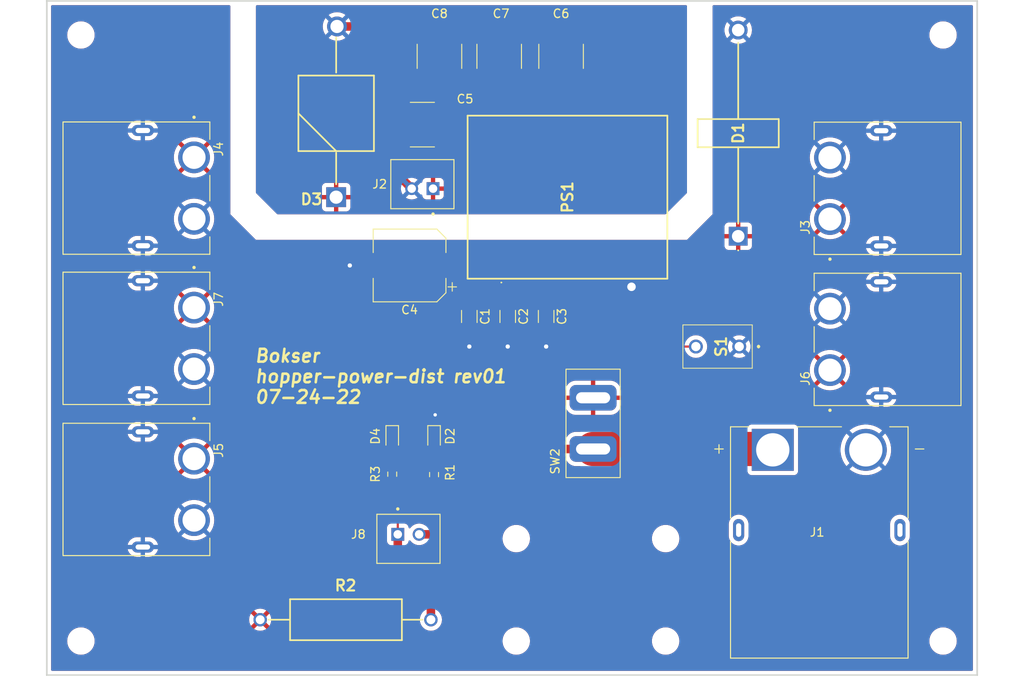
<source format=kicad_pcb>
(kicad_pcb (version 20211014) (generator pcbnew)

  (general
    (thickness 1.6)
  )

  (paper "A4")
  (layers
    (0 "F.Cu" signal)
    (31 "B.Cu" signal)
    (32 "B.Adhes" user "B.Adhesive")
    (33 "F.Adhes" user "F.Adhesive")
    (34 "B.Paste" user)
    (35 "F.Paste" user)
    (36 "B.SilkS" user "B.Silkscreen")
    (37 "F.SilkS" user "F.Silkscreen")
    (38 "B.Mask" user)
    (39 "F.Mask" user)
    (40 "Dwgs.User" user "User.Drawings")
    (41 "Cmts.User" user "User.Comments")
    (42 "Eco1.User" user "User.Eco1")
    (43 "Eco2.User" user "User.Eco2")
    (44 "Edge.Cuts" user)
    (45 "Margin" user)
    (46 "B.CrtYd" user "B.Courtyard")
    (47 "F.CrtYd" user "F.Courtyard")
    (48 "B.Fab" user)
    (49 "F.Fab" user)
    (50 "User.1" user)
    (51 "User.2" user)
    (52 "User.3" user)
    (53 "User.4" user)
    (54 "User.5" user)
    (55 "User.6" user)
    (56 "User.7" user)
    (57 "User.8" user)
    (58 "User.9" user)
  )

  (setup
    (stackup
      (layer "F.SilkS" (type "Top Silk Screen"))
      (layer "F.Paste" (type "Top Solder Paste"))
      (layer "F.Mask" (type "Top Solder Mask") (thickness 0.01))
      (layer "F.Cu" (type "copper") (thickness 0.035))
      (layer "dielectric 1" (type "core") (thickness 1.51) (material "FR4") (epsilon_r 4.5) (loss_tangent 0.02))
      (layer "B.Cu" (type "copper") (thickness 0.035))
      (layer "B.Mask" (type "Bottom Solder Mask") (thickness 0.01))
      (layer "B.Paste" (type "Bottom Solder Paste"))
      (layer "B.SilkS" (type "Bottom Silk Screen"))
      (copper_finish "None")
      (dielectric_constraints no)
    )
    (pad_to_mask_clearance 0.0508)
    (pcbplotparams
      (layerselection 0x00010fc_ffffffff)
      (disableapertmacros false)
      (usegerberextensions false)
      (usegerberattributes true)
      (usegerberadvancedattributes true)
      (creategerberjobfile true)
      (svguseinch false)
      (svgprecision 6)
      (excludeedgelayer true)
      (plotframeref false)
      (viasonmask false)
      (mode 1)
      (useauxorigin false)
      (hpglpennumber 1)
      (hpglpenspeed 20)
      (hpglpendiameter 15.000000)
      (dxfpolygonmode true)
      (dxfimperialunits true)
      (dxfusepcbnewfont true)
      (psnegative false)
      (psa4output false)
      (plotreference true)
      (plotvalue true)
      (plotinvisibletext false)
      (sketchpadsonfab false)
      (subtractmaskfromsilk false)
      (outputformat 1)
      (mirror false)
      (drillshape 1)
      (scaleselection 1)
      (outputdirectory "")
    )
  )

  (net 0 "")
  (net 1 "/HS")
  (net 2 "GND")
  (net 3 "/-12V")
  (net 4 "Net-(D2-Pad2)")
  (net 5 "Net-(D4-Pad2)")
  (net 6 "Net-(J1-PadP)")
  (net 7 "Net-(J8-Pad1)")
  (net 8 "Net-(PS1-Pad2)")
  (net 9 "unconnected-(PS1-Pad6)")
  (net 10 "Net-(C5-Pad1)")

  (footprint "MountingHole:MountingHole_2.2mm_M2" (layer "F.Cu") (at 59 67))

  (footprint "Capacitor_SMD:C_2220_5650Metric" (layer "F.Cu") (at 115.25 69.5 90))

  (footprint "MountingHole:MountingHole_2.2mm_M2" (layer "F.Cu") (at 110 138))

  (footprint "XT60PW-F:AMASS_XT60PW-F" (layer "F.Cu") (at 72.25 84.9375 -90))

  (footprint "MountingHole:MountingHole_2.2mm_M2" (layer "F.Cu") (at 110 126))

  (footprint "Capacitor_SMD:C_2220_5650Metric" (layer "F.Cu") (at 108 69.5 90))

  (footprint "Capacitor_SMD:C_1206_3216Metric" (layer "F.Cu") (at 109 99.975 -90))

  (footprint "MountingHole:MountingHole_2.2mm_M2" (layer "F.Cu") (at 160 138))

  (footprint "benbokser:5KP12A" (layer "F.Cu") (at 88.9 86 90))

  (footprint "XT60PW-F:AMASS_XT60PW-F" (layer "F.Cu") (at 72.25 102.5375 -90))

  (footprint "SamacSys_Parts:2MS6T1B3M2QES" (layer "F.Cu") (at 136.1225 103.5 90))

  (footprint "XT90PW-M:AMASS_XT90PW-M" (layer "F.Cu") (at 145.5 125))

  (footprint "Capacitor_SMD:C_2220_5650Metric" (layer "F.Cu") (at 101 69.5 90))

  (footprint "MountingHole:MountingHole_2.2mm_M2" (layer "F.Cu") (at 127.5 138))

  (footprint "SamacSys_Parts:ULT1225D48NMC" (layer "F.Cu") (at 116 86 90))

  (footprint "LED_SMD:LED_0603_1608Metric" (layer "F.Cu") (at 100.369 114.25 -90))

  (footprint "MountingHole:MountingHole_2.2mm_M2" (layer "F.Cu") (at 160 67))

  (footprint "Capacitor_SMD:C_1206_3216Metric" (layer "F.Cu") (at 104.5 99.975 -90))

  (footprint "XT60PW-F:AMASS_XT60PW-F" (layer "F.Cu") (at 72.25 120.2375 -90))

  (footprint "SamacSys_Parts:AK3066CY" (layer "F.Cu") (at 136 90.5745 90))

  (footprint "B2B-XH-A_LF__SN_:JST_B2B-XH-A(LF)(SN)" (layer "F.Cu") (at 99 85))

  (footprint "MountingHole:MountingHole_2.2mm_M2" (layer "F.Cu") (at 59 138))

  (footprint "Capacitor_SMD:C_2220_5650Metric" (layer "F.Cu") (at 99 77.5 180))

  (footprint "MountingHole:MountingHole_2.2mm_M2" (layer "F.Cu") (at 127.5 126))

  (footprint "benbokser:FT Power Switch" (layer "F.Cu") (at 119 112.5 90))

  (footprint "XT60PW-F:AMASS_XT60PW-F" (layer "F.Cu") (at 146.75 84.9625 90))

  (footprint "Resistor_SMD:R_0603_1608Metric_Pad0.98x0.95mm_HandSolder" (layer "F.Cu") (at 95.469 118.45 -90))

  (footprint "Capacitor_SMD:C_1206_3216Metric" (layer "F.Cu") (at 113.5 99.975 -90))

  (footprint "Capacitor_SMD:CP_Elec_8x10" (layer "F.Cu") (at 97.5 94 180))

  (footprint "LED_SMD:LED_0603_1608Metric" (layer "F.Cu") (at 95.469 114.25 -90))

  (footprint "benbokser:AC03000003600JAC00" (layer "F.Cu") (at 100 135.5 180))

  (footprint "Resistor_SMD:R_0603_1608Metric_Pad0.98x0.95mm_HandSolder" (layer "F.Cu") (at 100.369 118.5 -90))

  (footprint "XT60PW-F:AMASS_XT60PW-F" (layer "F.Cu") (at 146.75 102.6625 90))

  (footprint "B2B-XH-A_LF__SN_:JST_B2B-XH-A(LF)(SN)" (layer "F.Cu") (at 97.369 125.5 180))

  (gr_rect locked (start 55 63) (end 164 142) (layer "Edge.Cuts") (width 0.2) (fill none) (tstamp c7e05d66-6ac7-4637-ba27-c199c45df994))
  (gr_text "Bokser\nhopper-power-dist rev01\n07-24-22" (at 79.25 107) (layer "F.SilkS") (tstamp 50833ad4-5efd-4aab-978d-706fb9203dd9)
    (effects (font (size 1.5 1.5) (thickness 0.3) italic) (justify left))
  )

  (segment (start 109 103.5) (end 109 101.45) (width 1) (layer "F.Cu") (net 2) (tstamp 1a372d20-4be7-4cf2-becd-eb53f97a75db))
  (segment (start 100.369 111.631) (end 100.5 111.5) (width 0.25) (layer "F.Cu") (net 2) (tstamp 25e93fba-bbd0-4931-88d9-de71f3167122))
  (segment (start 123.62 96.38) (end 123.62 92.82) (width 1.75) (layer "F.Cu") (net 2) (tstamp 3fc24725-6b70-4c26-a5fb-adb9ec63d96d))
  (segment (start 95.469 113.4625) (end 100.369 113.4625) (width 0.25) (layer "F.Cu") (net 2) (tstamp 461229c1-121c-4d60-b72c-88528dda167f))
  (segment (start 113.5 103.5) (end 113.5 101.45) (width 1) (layer "F.Cu") (net 2) (tstamp 5c1d4363-2f78-466a-93e3-7fb288791f63))
  (segment (start 100.369 113.4625) (end 100.369 111.631) (width 0.25) (layer "F.Cu") (net 2) (tstamp 8f259180-3f8d-4074-8de4-55fbbe2e2b69))
  (segment (start 104.5 103.5) (end 104.5 101.45) (width 1) (layer "F.Cu") (net 2) (tstamp 97186380-94a6-4d37-822a-62a77da49ae1))
  (segment (start 123.5 96.5) (end 123.62 96.38) (width 0.25) (layer "F.Cu") (net 2) (tstamp a7080061-48f7-4eaa-ace4-f66694d01193))
  (segment (start 90.5 94) (end 94.25 94) (width 1) (layer "F.Cu") (net 2) (tstamp c3a2025f-6e21-4495-a977-be53de1bff38))
  (via (at 104.5 103.5) (size 1) (drill 0.5) (layers "F.Cu" "B.Cu") (free) (net 2) (tstamp 0f817306-bcfc-4e2e-ad6d-e7c0c1d2d799))
  (via (at 123.5 96.5) (size 1.75) (drill 1) (layers "F.Cu" "B.Cu") (free) (net 2) (tstamp 404032c3-e246-4bf2-9036-3aa1ca1c85b9))
  (via (at 109 103.5) (size 1) (drill 0.5) (layers "F.Cu" "B.Cu") (free) (net 2) (tstamp 562a559a-1f05-4504-894c-32fbd3b704b2))
  (via (at 113.5 103.5) (size 1) (drill 0.5) (layers "F.Cu" "B.Cu") (free) (net 2) (tstamp 8fca2235-6626-4f48-b488-87ca6fcc18c1))
  (via (at 100.5 111.5) (size 0.8) (drill 0.4) (layers "F.Cu" "B.Cu") (free) (net 2) (tstamp d74670d5-439c-44d3-8e82-76a9efad33b8))
  (via (at 90.5 94) (size 1) (drill 0.5) (layers "F.Cu" "B.Cu") (free) (net 2) (tstamp e6b1c68c-5f56-4958-bb91-0709e233f930))
  (segment (start 96.45 70.55) (end 100.05 66.95) (width 1) (layer "F.Cu") (net 3) (tstamp 0b33b1e3-b6f8-4efc-b10e-98c73160e531))
  (segment (start 119.81 79.18) (end 119.81 70.31) (width 1) (layer "F.Cu") (net 3) (tstamp 2525ff36-a77a-4dd8-aa4e-b79d4cc1a563))
  (segment (start 96.45 77.5) (end 96.45 83.7) (width 1) (layer "F.Cu") (net 3) (tstamp 2c85c845-6201-4005-a671-9ca6f34ea86c))
  (segment (start 108 66.95) (end 101 66.95) (width 1) (layer "F.Cu") (net 3) (tstamp 44eef078-bb33-46f2-9194-e37d51b505b1))
  (segment (start 97.2 66.95) (end 96.25 66) (width 1) (layer "F.Cu") (net 3) (tstamp 5015441a-9471-4d0f-9636-1faa01779597))
  (segment (start 96.45 83.7) (end 97.75 85) (width 1) (layer "F.Cu") (net 3) (tstamp 733165db-5600-4134-8df6-b3958f3252ad))
  (segment (start 101 66.95) (end 97.2 66.95) (width 1) (layer "F.Cu") (net 3) (tstamp 7e74854d-b425-4d35-a617-1820769c678b))
  (segment (start 119.81 79.18) (end 123.62 79.18) (width 1) (layer "F.Cu") (net 3) (tstamp 973c2143-11c3-4eb3-a4ec-6750f48c03b4))
  (segment (start 116.45 66.95) (end 115.25 66.95) (width 1) (layer "F.Cu") (net 3) (tstamp 99bc8ab5-90b8-4b27-bac1-6d248dd89b30))
  (segment (start 100.05 66.95) (end 101 66.95) (width 1) (layer "F.Cu") (net 3) (tstamp 9bfd6a8a-1723-479e-b042-2d3b6e7a48c1))
  (segment (start 119.81 70.31) (end 116.45 66.95) (width 1) (layer "F.Cu") (net 3) (tstamp b851f91a-f4ac-4ec6-ba57-4689a88d09ce))
  (segment (start 96.45 79.5) (end 96.45 70.55) (width 1) (layer "F.Cu") (net 3) (tstamp d3b0bfd9-dc7a-4c26-9c97-038e0799e0f9))
  (segment (start 96.25 66) (end 89 66) (width 1) (layer "F.Cu") (net 3) (tstamp fe9b5bb3-3dbc-4d63-b9ea-261ea8bacfad))
  (segment (start 115.25 66.95) (end 108 66.95) (width 1) (layer "F.Cu") (net 3) (tstamp ff3daedf-1482-4449-b8a3-eb9e7ff4649d))
  (segment (start 100.369 117.5875) (end 100.369 115.0375) (width 0.25) (layer "F.Cu") (net 4) (tstamp befca107-ed0c-4e8b-85fb-e1f312d5594a))
  (segment (start 95.469 117.5375) (end 95.469 115.0375) (width 0.25) (layer "F.Cu") (net 5) (tstamp 304c6c48-122d-43ff-b848-a6dd6fc42d23))
  (segment (start 110.75 115.5) (end 100.75 125.5) (width 1) (layer "F.Cu") (net 6) (tstamp 1d93e45a-5cfd-46fa-912a-51fb5585fa1f))
  (segment (start 100.75 125.5) (end 98.619 125.5) (width 1) (layer "F.Cu") (net 6) (tstamp 4f241bb5-9a91-4cfa-9095-2c855e6b093f))
  (segment (start 119 115.5) (end 110.75 115.5) (width 1) (layer "F.Cu") (net 6) (tstamp 7b6b8f1f-49c0-4f19-93fc-c6f0663ab719))
  (segment (start 140 115.5) (end 119 115.5) (width 4) (layer "F.Cu") (net 6) (tstamp c6c96162-1fd0-4995-ba16-694b29b9e81a))
  (segment (start 96.119 129.25) (end 100 133.131) (width 1) (layer "F.Cu") (net 7) (tstamp 0cbcd663-c561-46b8-acca-3a13b440c84a))
  (segment (start 98.9565 119.4125) (end 100.369 119.4125) (width 0.25) (layer "F.Cu") (net 7) (tstamp 351f14a6-f2a7-428f-9e9d-730ebac9e7a2))
  (segment (start 100 133.131) (end 100 135.5) (width 1) (layer "F.Cu") (net 7) (tstamp 892d0667-81be-4abd-8ec6-88bf7ad008fa))
  (segment (start 96.119 122.25) (end 98.9565 119.4125) (width 0.25) (layer "F.Cu") (net 7) (tstamp ca85dfe3-3896-4b38-883e-46f22aa5b394))
  (segment (start 96.119 125.5) (end 96.119 129.25) (width 1) (layer "F.Cu") (net 7) (tstamp cbe92465-6d39-4810-9791-5f92576d144d))
  (segment (start 96.119 125.5) (end 96.119 122.25) (width 0.25) (layer "F.Cu") (net 7) (tstamp e1ede774-54d6-4163-b585-b6f68acbc520))
  (segment (start 116 92.82) (end 116 94.5) (width 0.25) (layer "F.Cu") (net 8) (tstamp 612809c6-c4dd-4419-b7b4-89f701fb0bc3))
  (segment (start 125 103.5) (end 131.0425 103.5) (width 0.25) (layer "F.Cu") (net 8) (tstamp d146e277-09d9-4836-8652-cfec5cdcabd2))
  (segment (start 116 94.5) (end 125 103.5) (width 0.25) (layer "F.Cu") (net 8) (tstamp d248db22-863f-473d-9381-cd7a93b8924d))

  (zone (net 10) (net_name "Net-(C5-Pad1)") (layer "F.Cu") (tstamp c90631bc-523f-4269-9203-9777da8c6a9c) (hatch edge 0.508)
    (connect_pads (clearance 0.508))
    (min_thickness 0.254) (filled_areas_thickness no)
    (fill yes (thermal_gap 0.508) (thermal_bridge_width 0.508))
    (polygon
      (pts
        (xy 130 85.5)
        (xy 127.5 88)
        (xy 82 88)
        (xy 79.5 85.5)
        (xy 79.5 63)
        (xy 130 63)
      )
    )
    (filled_polygon
      (layer "F.Cu")
      (pts
        (xy 129.942121 63.528502)
        (xy 129.988614 63.582158)
        (xy 130 63.6345)
        (xy 130 85.44781)
        (xy 129.979998 85.515931)
        (xy 129.963095 85.536905)
        (xy 127.536905 87.963095)
        (xy 127.474593 87.997121)
        (xy 127.44781 88)
        (xy 82.05219 88)
        (xy 81.984069 87.979998)
        (xy 81.963095 87.963095)
        (xy 81.207169 87.207169)
        (xy 87.229501 87.207169)
        (xy 87.229871 87.21399)
        (xy 87.235395 87.264852)
        (xy 87.239021 87.280104)
        (xy 87.284176 87.400554)
        (xy 87.292714 87.416149)
        (xy 87.369215 87.518224)
        (xy 87.381776 87.530785)
        (xy 87.483851 87.607286)
        (xy 87.499446 87.615824)
        (xy 87.619894 87.660978)
        (xy 87.635149 87.664605)
        (xy 87.686014 87.670131)
        (xy 87.692828 87.6705)
        (xy 88.627885 87.6705)
        (xy 88.643124 87.666025)
        (xy 88.644329 87.664635)
        (xy 88.646 87.656952)
        (xy 88.646 87.652384)
        (xy 89.154 87.652384)
        (xy 89.158475 87.667623)
        (xy 89.159865 87.668828)
        (xy 89.167548 87.670499)
        (xy 90.107169 87.670499)
        (xy 90.11399 87.670129)
        (xy 90.164852 87.664605)
        (xy 90.180104 87.660979)
        (xy 90.300554 87.615824)
        (xy 90.316149 87.607286)
        (xy 90.418224 87.530785)
        (xy 90.430785 87.518224)
        (xy 90.507286 87.416149)
        (xy 90.515824 87.400554)
        (xy 90.560978 87.280106)
        (xy 90.564605 87.264851)
        (xy 90.570131 87.213986)
        (xy 90.5705 87.207172)
        (xy 90.5705 86.272115)
        (xy 90.566025 86.256876)
        (xy 90.564635 86.255671)
        (xy 90.556952 86.254)
        (xy 89.172115 86.254)
        (xy 89.156876 86.258475)
        (xy 89.155671 86.259865)
        (xy 89.154 86.267548)
        (xy 89.154 87.652384)
        (xy 88.646 87.652384)
        (xy 88.646 86.272115)
        (xy 88.641525 86.256876)
        (xy 88.640135 86.255671)
        (xy 88.632452 86.254)
        (xy 87.247616 86.254)
        (xy 87.232377 86.258475)
        (xy 87.231172 86.259865)
        (xy 87.229501 86.267548)
        (xy 87.229501 87.207169)
        (xy 81.207169 87.207169)
        (xy 79.727885 85.727885)
        (xy 87.2295 85.727885)
        (xy 87.233975 85.743124)
        (xy 87.235365 85.744329)
        (xy 87.243048 85.746)
        (xy 88.627885 85.746)
        (xy 88.643124 85.741525)
        (xy 88.644329 85.740135)
        (xy 88.646 85.732452)
        (xy 88.646 85.727885)
        (xy 89.154 85.727885)
        (xy 89.158475 85.743124)
        (xy 89.159865 85.744329)
        (xy 89.167548 85.746)
        (xy 90.552384 85.746)
        (xy 90.567623 85.741525)
        (xy 90.568828 85.740135)
        (xy 90.570499 85.732452)
        (xy 90.570499 84.792831)
        (xy 90.570129 84.78601)
        (xy 90.564605 84.735148)
        (xy 90.560979 84.719896)
        (xy 90.515824 84.599446)
        (xy 90.507286 84.583851)
        (xy 90.430785 84.481776)
        (xy 90.418224 84.469215)
        (xy 90.316149 84.392714)
        (xy 90.300554 84.384176)
        (xy 90.180106 84.339022)
        (xy 90.164851 84.335395)
        (xy 90.113986 84.329869)
        (xy 90.107172 84.3295)
        (xy 89.172115 84.3295)
        (xy 89.156876 84.333975)
        (xy 89.155671 84.335365)
        (xy 89.154 84.343048)
        (xy 89.154 85.727885)
        (xy 88.646 85.727885)
        (xy 88.646 84.347616)
        (xy 88.641525 84.332377)
        (xy 88.640135 84.331172)
        (xy 88.632452 84.329501)
        (xy 87.692831 84.329501)
        (xy 87.68601 84.329871)
        (xy 87.635148 84.335395)
        (xy 87.619896 84.339021)
        (xy 87.499446 84.384176)
        (xy 87.483851 84.392714)
        (xy 87.381776 84.469215)
        (xy 87.369215 84.481776)
        (xy 87.292714 84.583851)
        (xy 87.284176 84.599446)
        (xy 87.239022 84.719894)
        (xy 87.235395 84.735149)
        (xy 87.229869 84.786014)
        (xy 87.2295 84.792828)
        (xy 87.2295 85.727885)
        (xy 79.727885 85.727885)
        (xy 79.536905 85.536905)
        (xy 79.502879 85.474593)
        (xy 79.5 85.44781)
        (xy 79.5 65.956136)
        (xy 87.324888 65.956136)
        (xy 87.325112 65.960802)
        (xy 87.325112 65.960808)
        (xy 87.326178 65.983002)
        (xy 87.336804 66.204215)
        (xy 87.385258 66.447808)
        (xy 87.469185 66.681563)
        (xy 87.586741 66.900345)
        (xy 87.735344 67.099349)
        (xy 87.738653 67.102629)
        (xy 87.738658 67.102635)
        (xy 87.835065 67.198204)
        (xy 87.911729 67.274202)
        (xy 87.915491 67.27696)
        (xy 87.915494 67.276963)
        (xy 88.026175 67.358117)
        (xy 88.112022 67.421062)
        (xy 88.116157 67.423238)
        (xy 88.116161 67.42324)
        (xy 88.231432 67.483887)
        (xy 88.331822 67.536705)
        (xy 88.336241 67.538248)
        (xy 88.561884 67.617046)
        (xy 88.56189 67.617048)
        (xy 88.566301 67.618588)
        (xy 88.570894 67.61946)
        (xy 88.805718 67.664043)
        (xy 88.805721 67.664043)
        (xy 88.810307 67.664914)
        (xy 88.934394 67.669789)
        (xy 89.053813 67.674482)
        (xy 89.053819 67.674482)
        (xy 89.058481 67.674665)
        (xy 89.155469 67.664043)
        (xy 89.300717 67.648136)
        (xy 89.300722 67.648135)
        (xy 89.30537 67.647626)
        (xy 89.394311 67.62421)
        (xy 89.54103 67.585582)
        (xy 89.54555 67.584392)
        (xy 89.661619 67.534525)
        (xy 89.769443 67.488201)
        (xy 89.769446 67.488199)
        (xy 89.773746 67.486352)
        (xy 89.777726 67.483889)
        (xy 89.77773 67.483887)
        (xy 89.980971 67.358117)
        (xy 89.980975 67.358114)
        (xy 89.984944 67.355658)
        (xy 90.174504 67.195184)
        (xy 90.30058 67.051421)
        (xy 90.360533 67.013395)
        (xy 90.395311 67.0085)
        (xy 95.780074 67.0085)
        (xy 95.848195 67.028502)
        (xy 95.869169 67.045404)
        (xy 96.443149 67.619383)
        (xy 96.452251 67.629527)
        (xy 96.475968 67.659025)
        (xy 96.494389 67.674482)
        (xy 96.514421 67.691291)
        (xy 96.518069 67.694472)
        (xy 96.519881 67.696115)
        (xy 96.522075 67.698309)
        (xy 96.555349 67.725642)
        (xy 96.556147 67.726304)
        (xy 96.627474 67.786154)
        (xy 96.632144 67.788722)
        (xy 96.636261 67.792103)
        (xy 96.694145 67.82314)
        (xy 96.718086 67.835977)
        (xy 96.719245 67.836606)
        (xy 96.795381 67.878462)
        (xy 96.795389 67.878465)
        (xy 96.800787 67.881433)
        (xy 96.805869 67.883045)
        (xy 96.810563 67.885562)
        (xy 96.816454 67.887363)
        (xy 96.899477 67.912747)
        (xy 96.900735 67.913139)
        (xy 96.989306 67.941235)
        (xy 96.994597 67.941829)
        (xy 96.999698 67.943388)
        (xy 97.092263 67.95279)
        (xy 97.09345 67.952916)
        (xy 97.122838 67.956213)
        (xy 97.13973 67.958108)
        (xy 97.139735 67.958108)
        (xy 97.143227 67.9585)
        (xy 97.146752 67.9585)
        (xy 97.147737 67.958555)
        (xy 97.153432 67.959003)
        (xy 97.165342 67.960213)
        (xy 97.190334 67.962752)
        (xy 97.190339 67.962752)
        (xy 97.196462 67.963374)
        (xy 97.242108 67.959059)
        (xy 97.253967 67.9585)
        (xy 97.311076 67.9585)
        (xy 97.379197 67.978502)
        (xy 97.42569 68.032158)
        (xy 97.435794 68.102432)
        (xy 97.4063 68.167012)
        (xy 97.400171 68.173595)
        (xy 95.780621 69.793145)
        (xy 95.770478 69.802247)
        (xy 95.740975 69.825968)
        (xy 95.737008 69.830696)
        (xy 95.708709 69.864421)
        (xy 95.705528 69.868069)
        (xy 95.703885 69.869881)
        (xy 95.701691 69.872075)
        (xy 95.674358 69.905349)
        (xy 95.673696 69.906147)
        (xy 95.613846 69.977474)
        (xy 95.611278 69.982144)
        (xy 95.607897 69.986261)
        (xy 95.58818 70.023033)
        (xy 95.564023 70.068086)
        (xy 95.563394 70.069245)
        (xy 95.521538 70.145381)
        (xy 95.521535 70.145389)
        (xy 95.518567 70.150787)
        (xy 95.516955 70.155869)
        (xy 95.514438 70.160563)
        (xy 95.487238 70.249531)
        (xy 95.486918 70.250559)
        (xy 95.458765 70.339306)
        (xy 95.458171 70.344602)
        (xy 95.456613 70.349698)
        (xy 95.45599 70.355834)
        (xy 95.447218 70.442187)
        (xy 95.447089 70.443393)
        (xy 95.4415 70.493227)
        (xy 95.4415 70.496754)
        (xy 95.441445 70.497739)
        (xy 95.440998 70.503419)
        (xy 95.436626 70.546462)
        (xy 95.437206 70.552593)
        (xy 95.440941 70.592109)
        (xy 95.4415 70.603967)
        (xy 95.4415 74.309631)
        (xy 95.421498 74.377752)
        (xy 95.381807 74.416772)
        (xy 95.325652 74.451522)
        (xy 95.200695 74.576697)
        (xy 95.107885 74.727262)
        (xy 95.052203 74.895139)
        (xy 95.0415 74.9996)
        (xy 95.0415 80.0004)
        (xy 95.041837 80.003646)
        (xy 95.041837 80.00365)
        (xy 95.051752 80.099206)
        (xy 95.052474 80.106166)
        (xy 95.10845 80.273946)
        (xy 95.201522 80.424348)
        (xy 95.326697 80.549305)
        (xy 95.332925 80.553144)
        (xy 95.33293 80.553148)
        (xy 95.381617 80.583159)
        (xy 95.42911 80.635931)
        (xy 95.4415 80.690418)
        (xy 95.4415 83.638157)
        (xy 95.440763 83.651764)
        (xy 95.436676 83.689388)
        (xy 95.437213 83.695523)
        (xy 95.44105 83.739388)
        (xy 95.441379 83.744214)
        (xy 95.4415 83.746686)
        (xy 95.4415 83.749769)
        (xy 95.441801 83.752837)
        (xy 95.44569 83.792506)
        (xy 95.445812 83.793819)
        (xy 95.453913 83.886413)
        (xy 95.4554 83.891532)
        (xy 95.45592 83.896833)
        (xy 95.482791 83.985834)
        (xy 95.483126 83.986967)
        (xy 95.495389 84.029174)
        (xy 95.509091 84.076336)
        (xy 95.511544 84.081068)
        (xy 95.513084 84.086169)
        (xy 95.515978 84.091612)
        (xy 95.556731 84.16826)
        (xy 95.557343 84.169426)
        (xy 95.59537 84.242786)
        (xy 95.600108 84.251926)
        (xy 95.603431 84.256089)
        (xy 95.605934 84.260796)
        (xy 95.664755 84.332918)
        (xy 95.665446 84.333774)
        (xy 95.696738 84.372973)
        (xy 95.699242 84.375477)
        (xy 95.699884 84.376195)
        (xy 95.703585 84.380528)
        (xy 95.730935 84.414062)
        (xy 95.766267 84.443291)
        (xy 95.775037 84.451273)
        (xy 96.465483 85.141719)
        (xy 96.499509 85.204031)
        (xy 96.5003 85.209203)
        (xy 96.500495 85.209169)
        (xy 96.501451 85.214591)
        (xy 96.50193 85.220068)
        (xy 96.503352 85.225376)
        (xy 96.503353 85.22538)
        (xy 96.514652 85.267548)
        (xy 96.559106 85.43345)
        (xy 96.561428 85.438431)
        (xy 96.561429 85.438432)
        (xy 96.597568 85.515931)
        (xy 96.652466 85.633661)
        (xy 96.779174 85.81462)
        (xy 96.93538 85.970826)
        (xy 96.939888 85.973983)
        (xy 96.939891 85.973985)
        (xy 97.111829 86.094377)
        (xy 97.116338 86.097534)
        (xy 97.12132 86.099857)
        (xy 97.121325 86.09986)
        (xy 97.311568 86.188571)
        (xy 97.31655 86.190894)
        (xy 97.321858 86.192316)
        (xy 97.32186 86.192317)
        (xy 97.346003 86.198786)
        (xy 97.529932 86.24807)
        (xy 97.75 86.267323)
        (xy 97.970068 86.24807)
        (xy 98.153997 86.198786)
        (xy 98.17814 86.192317)
        (xy 98.178142 86.192316)
        (xy 98.18345 86.190894)
        (xy 98.188432 86.188571)
        (xy 98.378675 86.09986)
        (xy 98.37868 86.099857)
        (xy 98.383662 86.097534)
        (xy 98.388171 86.094377)
        (xy 98.560109 85.973985)
        (xy 98.560112 85.973983)
        (xy 98.56462 85.970826)
        (xy 98.720826 85.81462)
        (xy 98.761024 85.757212)
        (xy 98.81648 85.712884)
        (xy 98.8871 85.705575)
        (xy 98.95046 85.737606)
        (xy 98.986445 85.798807)
        (xy 98.989499 85.815878)
        (xy 98.993895 85.856352)
        (xy 98.997521 85.871604)
        (xy 99.042676 85.992054)
        (xy 99.051214 86.007649)
        (xy 99.127715 86.109724)
        (xy 99.140276 86.122285)
        (xy 99.242351 86.198786)
        (xy 99.257946 86.207324)
        (xy 99.378394 86.252478)
        (xy 99.393649 86.256105)
        (xy 99.444514 86.261631)
        (xy 99.451328 86.262)
        (xy 99.977885 86.262)
        (xy 99.993124 86.257525)
        (xy 99.994329 86.256135)
        (xy 99.996 86.248452)
        (xy 99.996 86.243884)
        (xy 100.504 86.243884)
        (xy 100.508475 86.259123)
        (xy 100.509865 86.260328)
        (xy 100.517548 86.261999)
        (xy 101.048669 86.261999)
        (xy 101.05549 86.261629)
        (xy 101.106352 86.256105)
        (xy 101.121604 86.252479)
        (xy 101.242054 86.207324)
        (xy 101.257649 86.198786)
        (xy 101.359724 86.122285)
        (xy 101.372285 86.109724)
        (xy 101.448786 86.007649)
        (xy 101.457324 85.992054)
        (xy 101.502478 85.871606)
        (xy 101.506105 85.856351)
        (xy 101.511631 85.805486)
        (xy 101.512 85.798672)
        (xy 101.512 85.272115)
        (xy 101.507525 85.256876)
        (xy 101.506135 85.255671)
        (xy 101.498452 85.254)
        (xy 100.522115 85.254)
        (xy 100.506876 85.258475)
        (xy 100.505671 85.259865)
        (xy 100.504 85.267548)
        (xy 100.504 86.243884)
        (xy 99.996 86.243884)
        (xy 99.996 84.727885)
        (xy 100.504 84.727885)
        (xy 100.508475 84.743124)
        (xy 100.509865 84.744329)
        (xy 100.517548 84.746)
        (xy 101.493884 84.746)
        (xy 101.509123 84.741525)
        (xy 101.510328 84.740135)
        (xy 101.511999 84.732452)
        (xy 101.511999 84.201331)
        (xy 101.511629 84.19451)
        (xy 101.506105 84.143648)
        (xy 101.502479 84.128396)
        (xy 101.457324 84.007946)
        (xy 101.448786 83.992351)
        (xy 101.372285 83.890276)
        (xy 101.359724 83.877715)
        (xy 101.257649 83.801214)
        (xy 101.242054 83.792676)
        (xy 101.121606 83.747522)
        (xy 101.106351 83.743895)
        (xy 101.055486 83.738369)
        (xy 101.048672 83.738)
        (xy 100.522115 83.738)
        (xy 100.506876 83.742475)
        (xy 100.505671 83.743865)
        (xy 100.504 83.751548)
        (xy 100.504 84.727885)
        (xy 99.996 84.727885)
        (xy 99.996 83.756116)
        (xy 99.991525 83.740877)
        (xy 99.990135 83.739672)
        (xy 99.982452 83.738001)
        (xy 99.451331 83.738001)
        (xy 99.44451 83.738371)
        (xy 99.393648 83.743895)
        (xy 99.378396 83.747521)
        (xy 99.257946 83.792676)
        (xy 99.242351 83.801214)
        (xy 99.140276 83.877715)
        (xy 99.127715 83.890276)
        (xy 99.051214 83.992351)
        (xy 99.042676 84.007946)
        (xy 98.997522 84.128394)
        (xy 98.993895 84.143649)
        (xy 98.989498 84.184123)
        (xy 98.962257 84.249685)
        (xy 98.903894 84.290112)
        (xy 98.83294 84.292568)
        (xy 98.771922 84.256273)
        (xy 98.761022 84.242786)
        (xy 98.723985 84.189892)
        (xy 98.720826 84.18538)
        (xy 98.56462 84.029174)
        (xy 98.560112 84.026017)
        (xy 98.560109 84.026015)
        (xy 98.388171 83.905623)
        (xy 98.388169 83.905622)
        (xy 98.383662 83.902466)
        (xy 98.37868 83.900143)
        (xy 98.378675 83.90014)
        (xy 98.188432 83.811429)
        (xy 98.188431 83.811429)
        (xy 98.18345 83.809106)
        (xy 98.178142 83.807684)
        (xy 98.17814 83.807683)
        (xy 97.975375 83.753352)
        (xy 97.970068 83.75193)
        (xy 97.964591 83.751451)
        (xy 97.959175 83.750496)
        (xy 97.959626 83.747937)
        (xy 97.903639 83.725989)
        (xy 97.891718 83.715484)
        (xy 97.495405 83.319171)
        (xy 97.461379 83.256859)
        (xy 97.4585 83.230076)
        (xy 97.4585 80.690369)
        (xy 97.478502 80.622248)
        (xy 97.518193 80.583228)
        (xy 97.574348 80.548478)
        (xy 97.699305 80.423303)
        (xy 97.755511 80.33212)
        (xy 97.788275 80.278968)
        (xy 97.788276 80.278966)
        (xy 97.792115 80.272738)
        (xy 97.847797 80.104861)
        (xy 97.8585 80.0004)
        (xy 97.8585 79.997095)
        (xy 100.142001 79.997095)
        (xy 100.142338 80.003614)
        (xy 100.152257 80.099206)
        (xy 100.155149 80.1126)
        (xy 100.206588 80.266784)
        (xy 100.212761 80.279962)
        (xy 100.298063 80.417807)
        (xy 100.307099 80.429208)
        (xy 100.421829 80.543739)
        (xy 100.43324 80.552751)
        (xy 100.571243 80.637816)
        (xy 100.584424 80.643963)
        (xy 100.73871 80.695138)
        (xy 100.752086 80.698005)
        (xy 100.846438 80.707672)
        (xy 100.852854 80.708)
        (xy 101.277885 80.708)
        (xy 101.293124 80.703525)
        (xy 101.294329 80.702135)
        (xy 101.296 80.694452)
        (xy 101.296 80.689884)
        (xy 101.804 80.689884)
        (xy 101.808475 80.705123)
        (xy 101.809865 80.706328)
        (xy 101.817548 80.707999)
        (xy 102.247095 80.707999)
        (xy 102.253614 80.707662)
        (xy 102.349206 80.697743)
        (xy 102.3626 80.694851)
        (xy 102.516784 80.643412)
        (xy 102.529962 80.637239)
        (xy 102.667807 80.551937)
        (xy 102.679208 80.542901)
        (xy 102.793739 80.428171)
        (xy 102.802751 80.41676)
        (xy 102.853706 80.334095)
        (xy 107.590734 80.334095)
        (xy 107.596015 80.34115)
        (xy 107.769416 80.442478)
        (xy 107.778699 80.446925)
        (xy 107.983803 80.525246)
        (xy 107.993705 80.528123)
        (xy 108.208828 80.57189)
        (xy 108.219081 80.573113)
        (xy 108.438471 80.581158)
        (xy 108.448757 80.580691)
        (xy 108.666526 80.552794)
        (xy 108.676611 80.550651)
        (xy 108.886895 80.487562)
        (xy 108.89649 80.483802)
        (xy 109.093647 80.387215)
        (xy 109.102497 80.38194)
        (xy 109.157926 80.342403)
        (xy 109.164449 80.334095)
        (xy 111.400734 80.334095)
        (xy 111.406015 80.34115)
        (xy 111.579416 80.442478)
        (xy 111.588699 80.446925)
        (xy 111.793803 80.525246)
        (xy 111.803705 80.528123)
        (xy 112.018828 80.57189)
        (xy 112.029081 80.573113)
        (xy 112.248471 80.581158)
        (xy 112.258757 80.580691)
        (xy 112.476526 80.552794)
        (xy 112.486611 80.550651)
        (xy 112.696895 80.487562)
        (xy 112.70649 80.483802)
        (xy 112.903647 80.387215)
        (xy 112.912497 80.38194)
        (xy 112.967926 80.342403)
        (xy 112.976327 80.331703)
        (xy 112.969341 80.318552)
        (xy 112.202811 79.552021)
        (xy 112.188868 79.544408)
        (xy 112.187034 79.544539)
        (xy 112.18042 79.54879)
        (xy 111.407491 80.32172)
        (xy 111.400734 80.334095)
        (xy 109.164449 80.334095)
        (xy 109.166327 80.331703)
        (xy 109.159341 80.318552)
        (xy 108.392811 79.552021)
        (xy 108.378868 79.544408)
        (xy 108.377034 79.544539)
        (xy 108.37042 79.54879)
        (xy 107.597491 80.32172)
        (xy 107.590734 80.334095)
        (xy 102.853706 80.334095)
        (xy 102.887816 80.278757)
        (xy 102.893963 80.265576)
        (xy 102.945138 80.11129)
        (xy 102.948005 80.097914)
        (xy 102.957672 80.003562)
        (xy 102.958 79.997146)
        (xy 102.958 79.150883)
        (xy 106.977925 79.150883)
        (xy 106.990564 79.370072)
        (xy 106.991997 79.380274)
        (xy 107.040261 79.594438)
        (xy 107.043349 79.604291)
        (xy 107.125943 79.807695)
        (xy 107.130591 79.816896)
        (xy 107.21737 79.958508)
        (xy 107.227826 79.967969)
        (xy 107.236604 79.964185)
        (xy 108.007979 79.192811)
        (xy 108.014356 79.181132)
        (xy 108.744408 79.181132)
        (xy 108.744539 79.182966)
        (xy 108.74879 79.18958)
        (xy 109.519141 79.95993)
        (xy 109.531147 79.966486)
        (xy 109.542886 79.957518)
        (xy 109.579406 79.906695)
        (xy 109.584721 79.897849)
        (xy 109.681988 79.701044)
        (xy 109.685786 79.691451)
        (xy 109.749608 79.481389)
        (xy 109.751785 79.471319)
        (xy 109.780679 79.251848)
        (xy 109.781198 79.245173)
        (xy 109.782709 79.183364)
        (xy 109.782515 79.176646)
        (xy 109.780397 79.150883)
        (xy 110.787925 79.150883)
        (xy 110.800564 79.370072)
        (xy 110.801997 79.380274)
        (xy 110.850261 79.594438)
        (xy 110.853349 79.604291)
        (xy 110.935943 79.807695)
        (xy 110.940591 79.816896)
        (xy 111.02737 79.958508)
        (xy 111.037826 79.967969)
        (xy 111.046604 79.964185)
        (xy 111.817979 79.192811)
        (xy 111.824356 79.181132)
        (xy 112.554408 79.181132)
        (xy 112.554539 79.182966)
        (xy 112.55879 79.18958)
        (xy 113.329141 79.95993)
        (xy 113.341147 79.966486)
        (xy 113.352886 79.957518)
        (xy 113.389406 79.906695)
        (xy 113.394721 79.897849)
        (xy 113.491988 79.701044)
        (xy 113.495786 79.691451)
        (xy 113.559608 79.481389)
        (xy 113.561785 79.471319)
        (xy 113.590679 79.251848)
        (xy 113.591198 79.245173)
        (xy 113.592709 79.183364)
        (xy 113.592515 79.176646)
        (xy 113.589972 79.145714)
        (xy 114.597126 79.145714)
        (xy 114.597423 79.150866)
        (xy 114.597423 79.15087)
        (xy 114.602313 79.235667)
        (xy 114.610364 79.375301)
        (xy 114.611499 79.380338)
        (xy 114.6115 79.380344)
        (xy 114.648503 79.544539)
        (xy 114.660921 79.599642)
        (xy 114.747441 79.812713)
        (xy 114.750143 79.817122)
        (xy 114.864415 80.003598)
        (xy 114.867598 80.008793)
        (xy 115.018167 80.182615)
        (xy 115.195104 80.32951)
        (xy 115.393657 80.445535)
        (xy 115.608494 80.527573)
        (xy 115.613562 80.528604)
        (xy 115.613565 80.528605)
        (xy 115.715308 80.549305)
        (xy 115.833845 80.573422)
        (xy 115.839018 80.573612)
        (xy 115.839021 80.573612)
        (xy 116.058494 80.581659)
        (xy 116.058498 80.581659)
        (xy 116.063658 80.581848)
        (xy 116.068778 80.581192)
        (xy 116.06878 80.581192)
        (xy 116.286634 80.553285)
        (xy 116.286637 80.553284)
        (xy 116.291761 80.552628)
        (xy 116.320073 80.544134)
        (xy 116.507074 80.488031)
        (xy 116.507079 80.488029)
        (xy 116.512029 80.486544)
        (xy 116.718546 80.385372)
        (xy 116.905766 80.25183)
        (xy 117.068661 80.089502)
        (xy 117.202857 79.902749)
        (xy 117.304749 79.696587)
        (xy 117.371601 79.476551)
        (xy 117.38561 79.370142)
        (xy 117.401181 79.251872)
        (xy 117.401181 79.251868)
        (xy 117.401618 79.248551)
        (xy 117.403293 79.18)
        (xy 117.38445 78.950806)
        (xy 117.328426 78.727767)
        (xy 117.236727 78.516873)
        (xy 117.111815 78.323788)
        (xy 117.08393 78.293142)
        (xy 116.960522 78.157518)
        (xy 116.96052 78.157516)
        (xy 116.957044 78.153696)
        (xy 116.952993 78.150497)
        (xy 116.952989 78.150493)
        (xy 116.780624 78.014368)
        (xy 116.780619 78.014365)
        (xy 116.77657 78.011167)
        (xy 116.772054 78.008674)
        (xy 116.772051 78.008672)
        (xy 116.579764 77.902524)
        (xy 116.579761 77.902523)
        (xy 116.575242 77.900028)
        (xy 116.364709 77.825475)
        (xy 116.363337 77.824989)
        (xy 116.363334 77.824988)
        (xy 116.358465 77.823264)
        (xy 116.353376 77.822357)
        (xy 116.353374 77.822357)
        (xy 116.305062 77.813751)
        (xy 116.132062 77.782935)
        (xy 116.045698 77.78188)
        (xy 115.907281 77.780188)
        (xy 115.907279 77.780188)
        (xy 115.902111 77.780125)
        (xy 115.67479 77.81491)
        (xy 115.456202 77.886356)
        (xy 115.451614 77.888744)
        (xy 115.45161 77.888746)
        (xy 115.256807 77.990154)
        (xy 115.252218 77.992543)
        (xy 115.248085 77.995646)
        (xy 115.248082 77.995648)
        (xy 115.181686 78.0455)
        (xy 115.068317 78.13062)
        (xy 114.909437 78.296879)
        (xy 114.906523 78.301151)
        (xy 114.906522 78.301152)
        (xy 114.817767 78.431262)
        (xy 114.779844 78.486855)
        (xy 114.777664 78.491552)
        (xy 114.685196 78.690754)
        (xy 114.685194 78.690759)
        (xy 114.683019 78.695445)
        (xy 114.621563 78.917049)
        (xy 114.597126 79.145714)
        (xy 113.589972 79.145714)
        (xy 113.574379 78.956049)
        (xy 113.572694 78.945869)
        (xy 113.51921 78.732941)
        (xy 113.51589 78.72319)
        (xy 113.428345 78.521847)
        (xy 113.423479 78.512772)
        (xy 113.351992 78.402272)
        (xy 113.341305 78.393068)
        (xy 113.33174 78.397471)
        (xy 112.562021 79.167189)
        (xy 112.554408 79.181132)
        (xy 111.824356 79.181132)
        (xy 111.825592 79.178868)
        (xy 111.825461 79.177034)
        (xy 111.82121 79.17042)
        (xy 111.051059 78.40027)
        (xy 111.039527 78.393973)
        (xy 111.027245 78.403596)
        (xy 110.973196 78.482829)
        (xy 110.968103 78.491793)
        (xy 110.875665 78.690934)
        (xy 110.872108 78.700602)
        (xy 110.813438 78.91216)
        (xy 110.811507 78.922279)
        (xy 110.788177 79.140594)
        (xy 110.787925 79.150883)
        (xy 109.780397 79.150883)
        (xy 109.764379 78.956049)
        (xy 109.762694 78.945869)
        (xy 109.70921 78.732941)
        (xy 109.70589 78.72319)
        (xy 109.618345 78.521847)
        (xy 109.613479 78.512772)
        (xy 109.541992 78.402272)
        (xy 109.531305 78.393068)
        (xy 109.52174 78.397471)
        (xy 108.752021 79.167189)
        (xy 108.744408 79.181132)
        (xy 108.014356 79.181132)
        (xy 108.015592 79.178868)
        (xy 108.015461 79.177034)
        (xy 108.01121 79.17042)
        (xy 107.241059 78.40027)
        (xy 107.229527 78.393973)
        (xy 107.217245 78.403596)
        (xy 107.163196 78.482829)
        (xy 107.158103 78.491793)
        (xy 107.065665 78.690934)
        (xy 107.062108 78.700602)
        (xy 107.003438 78.91216)
        (xy 107.001507 78.922279)
        (xy 106.978177 79.140594)
        (xy 106.977925 79.150883)
        (xy 102.958 79.150883)
        (xy 102.958 78.027856)
        (xy 107.592652 78.027856)
        (xy 107.599394 78.040183)
        (xy 108.367189 78.807979)
        (xy 108.381132 78.815592)
        (xy 108.382966 78.815461)
        (xy 108.38958 78.81121)
        (xy 109.161873 78.038916)
        (xy 109.167912 78.027856)
        (xy 111.402652 78.027856)
        (xy 111.409394 78.040183)
        (xy 112.177189 78.807979)
        (xy 112.191132 78.815592)
        (xy 112.192966 78.815461)
        (xy 112.19958 78.81121)
        (xy 112.971873 78.038916)
        (xy 112.97889 78.026065)
        (xy 112.971116 78.015395)
        (xy 112.970351 78.014791)
        (xy 112.961764 78.009086)
        (xy 112.76957 77.902989)
        (xy 112.760158 77.898759)
        (xy 112.553212 77.825475)
        (xy 112.543241 77.822841)
        (xy 112.327104 77.784342)
        (xy 112.31685 77.783372)
        (xy 112.097316 77.780689)
        (xy 112.087032 77.781409)
        (xy 111.870019 77.814617)
        (xy 111.859991 77.817006)
        (xy 111.651315 77.885212)
        (xy 111.641805 77.889209)
        (xy 111.447075 77.990579)
        (xy 111.43835 77.996073)
        (xy 111.411106 78.016529)
        (xy 111.402652 78.027856)
        (xy 109.167912 78.027856)
        (xy 109.16889 78.026065)
        (xy 109.161116 78.015395)
        (xy 109.160351 78.014791)
        (xy 109.151764 78.009086)
        (xy 108.95957 77.902989)
        (xy 108.950158 77.898759)
        (xy 108.743212 77.825475)
        (xy 108.733241 77.822841)
        (xy 108.517104 77.784342)
        (xy 108.50685 77.783372)
        (xy 108.287316 77.780689)
        (xy 108.277032 77.781409)
        (xy 108.060019 77.814617)
        (xy 108.049991 77.817006)
        (xy 107.841315 77.885212)
        (xy 107.831805 77.889209)
        (xy 107.637075 77.990579)
        (xy 107.62835 77.996073)
        (xy 107.601106 78.016529)
        (xy 107.592652 78.027856)
        (xy 102.958 78.027856)
        (xy 102.958 77.772115)
        (xy 102.953525 77.756876)
        (xy 102.952135 77.755671)
        (xy 102.944452 77.754)
        (xy 101.822115 77.754)
        (xy 101.806876 77.758475)
        (xy 101.805671 77.759865)
        (xy 101.804 77.767548)
        (xy 101.804 80.689884)
        (xy 101.296 80.689884)
        (xy 101.296 77.772115)
        (xy 101.291525 77.756876)
        (xy 101.290135 77.755671)
        (xy 101.282452 77.754)
        (xy 100.160116 77.754)
        (xy 100.144877 77.758475)
        (xy 100.143672 77.759865)
        (xy 100.142001 77.767548)
        (xy 100.142001 79.997095)
        (xy 97.8585 79.997095)
        (xy 97.8585 77.227885)
        (xy 100.142 77.227885)
        (xy 100.146475 77.243124)
        (xy 100.147865 77.244329)
        (xy 100.155548 77.246)
        (xy 101.277885 77.246)
        (xy 101.293124 77.241525)
        (xy 101.294329 77.240135)
        (xy 101.296 77.232452)
        (xy 101.296 77.227885)
        (xy 101.804 77.227885)
        (xy 101.808475 77.243124)
        (xy 101.809865 77.244329)
        (xy 101.817548 77.246)
        (xy 102.939884 77.246)
        (xy 102.955123 77.241525)
        (xy 102.956328 77.240135)
        (xy 102.957999 77.232452)
        (xy 102.957999 75.002905)
        (xy 102.957662 74.996386)
        (xy 102.947743 74.900794)
        (xy 102.944851 74.8874)
        (xy 102.893412 74.733216)
        (xy 102.887239 74.720038)
        (xy 102.801937 74.582193)
        (xy 102.792901 74.570792)
        (xy 102.678171 74.456261)
        (xy 102.66676 74.447249)
        (xy 102.528757 74.362184)
        (xy 102.515576 74.356037)
        (xy 102.36129 74.304862)
        (xy 102.347914 74.301995)
        (xy 102.253562 74.292328)
        (xy 102.247145 74.292)
        (xy 101.822115 74.292)
        (xy 101.806876 74.296475)
        (xy 101.805671 74.297865)
        (xy 101.804 74.305548)
        (xy 101.804 77.227885)
        (xy 101.296 77.227885)
        (xy 101.296 74.310116)
        (xy 101.291525 74.294877)
        (xy 101.290135 74.293672)
        (xy 101.282452 74.292001)
        (xy 100.852905 74.292001)
        (xy 100.846386 74.292338)
        (xy 100.750794 74.302257)
        (xy 100.7374 74.305149)
        (xy 100.583216 74.356588)
        (xy 100.570038 74.362761)
        (xy 100.432193 74.448063)
        (xy 100.420792 74.457099)
        (xy 100.306261 74.571829)
        (xy 100.297249 74.58324)
        (xy 100.212184 74.721243)
        (xy 100.206037 74.734424)
        (xy 100.154862 74.88871)
        (xy 100.151995 74.902086)
        (xy 100.142328 74.996438)
        (xy 100.142 75.002855)
        (xy 100.142 77.227885)
        (xy 97.8585 77.227885)
        (xy 97.8585 74.9996)
        (xy 97.858163 74.99635)
        (xy 97.848238 74.900692)
        (xy 97.848237 74.900688)
        (xy 97.847526 74.893834)
        (xy 97.79155 74.726054)
        (xy 97.698478 74.575652)
        (xy 97.573303 74.450695)
        (xy 97.567075 74.446856)
        (xy 97.56707 74.446852)
        (xy 97.518383 74.416841)
        (xy 97.47089 74.364069)
        (xy 97.4585 74.309582)
        (xy 97.4585 72.747095)
        (xy 97.792001 72.747095)
        (xy 97.792338 72.753614)
        (xy 97.802257 72.849206)
        (xy 97.805149 72.8626)
        (xy 97.856588 73.016784)
        (xy 97.862761 73.029962)
        (xy 97.948063 73.167807)
        (xy 97.957099 73.179208)
        (xy 98.071829 73.293739)
        (xy 98.08324 73.302751)
        (xy 98.221243 73.387816)
        (xy 98.234424 73.393963)
        (xy 98.38871 73.445138)
        (xy 98.402086 73.448005)
        (xy 98.496438 73.457672)
        (xy 98.502854 73.458)
        (xy 100.727885 73.458)
        (xy 100.743124 73.453525)
        (xy 100.744329 73.452135)
        (xy 100.746 73.444452)
        (xy 100.746 73.439884)
        (xy 101.254 73.439884)
        (xy 101.258475 73.455123)
        (xy 101.259865 73.456328)
        (xy 101.267548 73.457999)
        (xy 103.497095 73.457999)
        (xy 103.503614 73.457662)
        (xy 103.599206 73.447743)
        (xy 103.6126 73.444851)
        (xy 103.766784 73.393412)
        (xy 103.779962 73.387239)
        (xy 103.917807 73.301937)
        (xy 103.929208 73.292901)
        (xy 104.043739 73.178171)
        (xy 104.052751 73.16676)
        (xy 104.137816 73.028757)
        (xy 104.143963 73.015576)
        (xy 104.195138 72.86129)
        (xy 104.198005 72.847914)
        (xy 104.207672 72.753562)
        (xy 104.208 72.747146)
        (xy 104.208 72.747095)
        (xy 104.792001 72.747095)
        (xy 104.792338 72.753614)
        (xy 104.802257 72.849206)
        (xy 104.805149 72.8626)
        (xy 104.856588 73.016784)
        (xy 104.862761 73.029962)
        (xy 104.948063 73.167807)
        (xy 104.957099 73.179208)
        (xy 105.071829 73.293739)
        (xy 105.08324 73.302751)
        (xy 105.221243 73.387816)
        (xy 105.234424 73.393963)
        (xy 105.38871 73.445138)
        (xy 105.402086 73.448005)
        (xy 105.496438 73.457672)
        (xy 105.502854 73.458)
        (xy 107.727885 73.458)
        (xy 107.743124 73.453525)
        (xy 107.744329 73.452135)
        (xy 107.746 73.444452)
        (xy 107.746 73.439884)
        (xy 108.254 73.439884)
        (xy 108.258475 73.455123)
        (xy 108.259865 73.456328)
        (xy 108.267548 73.457999)
        (xy 110.497095 73.457999)
        (xy 110.503614 73.457662)
        (xy 110.599206 73.447743)
        (xy 110.6126 73.444851)
        (xy 110.766784 73.393412)
        (xy 110.779962 73.387239)
        (xy 110.917807 73.301937)
        (xy 110.929208 73.292901)
        (xy 111.043739 73.178171)
        (xy 111.052751 73.16676)
        (xy 111.137816 73.028757)
        (xy 111.143963 73.015576)
        (xy 111.195138 72.86129)
        (xy 111.198005 72.847914)
        (xy 111.207672 72.753562)
        (xy 111.208 72.747146)
        (xy 111.208 72.747095)
        (xy 112.042001 72.747095)
        (xy 112.042338 72.753614)
        (xy 112.052257 72.849206)
        (xy 112.055149 72.8626)
        (xy 112.106588 73.016784)
        (xy 112.112761 73.029962)
        (xy 112.198063 73.167807)
        (xy 112.207099 73.179208)
        (xy 112.321829 73.293739)
        (xy 112.33324 73.302751)
        (xy 112.471243 73.387816)
        (xy 112.484424 73.393963)
        (xy 112.63871 73.445138)
        (xy 112.652086 73.448005)
        (xy 112.746438 73.457672)
        (xy 112.752854 73.458)
        (xy 114.977885 73.458)
        (xy 114.993124 73.453525)
        (xy 114.994329 73.452135)
        (xy 114.996 73.444452)
        (xy 114.996 73.439884)
        (xy 115.504 73.439884)
        (xy 115.508475 73.455123)
        (xy 115.509865 73.456328)
        (xy 115.517548 73.457999)
        (xy 117.747095 73.457999)
        (xy 117.753614 73.457662)
        (xy 117.849206 73.447743)
        (xy 117.8626 73.444851)
        (xy 118.016784 73.393412)
        (xy 118.029962 73.387239)
        (xy 118.167807 73.301937)
        (xy 118.179208 73.292901)
        (xy 118.293739 73.178171)
        (xy 118.302751 73.16676)
        (xy 118.387816 73.028757)
        (xy 118.393963 73.015576)
        (xy 118.445138 72.86129)
        (xy 118.448005 72.847914)
        (xy 118.457672 72.753562)
        (xy 118.458 72.747146)
        (xy 118.458 72.322115)
        (xy 118.453525 72.306876)
        (xy 118.452135 72.305671)
        (xy 118.444452 72.304)
        (xy 115.522115 72.304)
        (xy 115.506876 72.308475)
        (xy 115.505671 72.309865)
        (xy 115.504 72.317548)
        (xy 115.504 73.439884)
        (xy 114.996 73.439884)
        (xy 114.996 72.322115)
        (xy 114.991525 72.306876)
        (xy 114.990135 72.305671)
        (xy 114.982452 72.304)
        (xy 112.060116 72.304)
        (xy 112.044877 72.308475)
        (xy 112.043672 72.309865)
        (xy 112.042001 72.317548)
        (xy 112.042001 72.747095)
        (xy 111.208 72.747095)
        (xy 111.208 72.322115)
        (xy 111.203525 72.306876)
        (xy 111.202135 72.305671)
        (xy 111.194452 72.304)
        (xy 108.272115 72.304)
        (xy 108.256876 72.308475)
        (xy 108.255671 72.309865)
        (xy 108.254 72.317548)
        (xy 108.254 73.439884)
        (xy 107.746 73.439884)
        (xy 107.746 72.322115)
        (xy 107.741525 72.306876)
        (xy 107.740135 72.305671)
        (xy 107.732452 72.304)
        (xy 104.810116 72.304)
        (xy 104.794877 72.308475)
        (xy 104.793672 72.309865)
        (xy 104.792001 72.317548)
        (xy 104.792001 72.747095)
        (xy 104.208 72.747095)
        (xy 104.208 72.322115)
        (xy 104.203525 72.306876)
        (xy 104.202135 72.305671)
        (xy 104.194452 72.304)
        (xy 101.272115 72.304)
        (xy 101.256876 72.308475)
        (xy 101.255671 72.309865)
        (xy 101.254 72.317548)
        (xy 101.254 73.439884)
        (xy 100.746 73.439884)
        (xy 100.746 72.322115)
        (xy 100.741525 72.306876)
        (xy 100.740135 72.305671)
        (xy 100.732452 72.304)
        (xy 97.810116 72.304)
        (xy 97.794877 72.308475)
        (xy 97.793672 72.309865)
        (xy 97.792001 72.317548)
        (xy 97.792001 72.747095)
        (xy 97.4585 72.747095)
        (xy 97.4585 71.777885)
        (xy 97.792 71.777885)
        (xy 97.796475 71.793124)
        (xy 97.797865 71.794329)
        (xy 97.805548 71.796)
        (xy 100.727885 71.796)
        (xy 100.743124 71.791525)
        (xy 100.744329 71.790135)
        (xy 100.746 71.782452)
        (xy 100.746 71.777885)
        (xy 101.254 71.777885)
        (xy 101.258475 71.793124)
        (xy 101.259865 71.794329)
        (xy 101.267548 71.796)
        (xy 104.189884 71.796)
        (xy 104.205123 71.791525)
        (xy 104.206328 71.790135)
        (xy 104.207999 71.782452)
        (xy 104.207999 71.777885)
        (xy 104.792 71.777885)
        (xy 104.796475 71.793124)
        (xy 104.797865 71.794329)
        (xy 104.805548 71.796)
        (xy 107.727885 71.796)
        (xy 107.743124 71.791525)
        (xy 107.744329 71.790135)
        (xy 107.746 71.782452)
        (xy 107.746 71.777885)
        (xy 108.254 71.777885)
        (xy 108.258475 71.793124)
        (xy 108.259865 71.794329)
        (xy 108.267548 71.796)
        (xy 111.189884 71.796)
        (xy 111.205123 71.791525)
        (xy 111.206328 71.790135)
        (xy 111.207999 71.782452)
        (xy 111.207999 71.777885)
        (xy 112.042 71.777885)
        (xy 112.046475 71.793124)
        (xy 112.047865 71.794329)
        (xy 112.055548 71.796)
        (xy 114.977885 71.796)
        (xy 114.993124 71.791525)
        (xy 114.994329 71.790135)
        (xy 114.996 71.782452)
        (xy 114.996 71.777885)
        (xy 115.504 71.777885)
        (xy 115.508475 71.793124)
        (xy 115.509865 71.794329)
        (xy 115.517548 71.796)
        (xy 118.439884 71.796)
        (xy 118.455123 71.791525)
        (xy 118.456328 71.790135)
        (xy 118.457999 71.782452)
        (xy 118.457999 71.352905)
        (xy 118.457662 71.346386)
        (xy 118.447743 71.250794)
        (xy 118.444851 71.2374)
        (xy 118.393412 71.083216)
        (xy 118.387239 71.070038)
        (xy 118.301937 70.932193)
        (xy 118.292901 70.920792)
        (xy 118.178171 70.806261)
        (xy 118.16676 70.797249)
        (xy 118.028757 70.712184)
        (xy 118.015576 70.706037)
        (xy 117.86129 70.654862)
        (xy 117.847914 70.651995)
        (xy 117.753562 70.642328)
        (xy 117.747145 70.642)
        (xy 115.522115 70.642)
        (xy 115.506876 70.646475)
        (xy 115.505671 70.647865)
        (xy 115.504 70.655548)
        (xy 115.504 71.777885)
        (xy 114.996 71.777885)
        (xy 114.996 70.660116)
        (xy 114.991525 70.644877)
        (xy 114.990135 70.643672)
        (xy 114.982452 70.642001)
        (xy 112.752905 70.642001)
        (xy 112.746386 70.642338)
        (xy 112.650794 70.652257)
        (xy 112.6374 70.655149)
        (xy 112.483216 70.706588)
        (xy 112.470038 70.712761)
        (xy 112.332193 70.798063)
        (xy 112.320792 70.807099)
        (xy 112.206261 70.921829)
        (xy 112.197249 70.93324)
        (xy 112.112184 71.071243)
        (xy 112.106037 71.084424)
        (xy 112.054862 71.23871)
        (xy 112.051995 71.252086)
        (xy 112.042328 71.346438)
        (xy 112.042 71.352855)
        (xy 112.042 71.777885)
        (xy 111.207999 71.777885)
        (xy 111.207999 71.352905)
        (xy 111.207662 71.346386)
        (xy 111.197743 71.250794)
        (xy 111.194851 71.2374)
        (xy 111.143412 71.083216)
        (xy 111.137239 71.070038)
        (xy 111.051937 70.932193)
        (xy 111.042901 70.920792)
        (xy 110.928171 70.806261)
        (xy 110.91676 70.797249)
        (xy 110.778757 70.712184)
        (xy 110.765576 70.706037)
        (xy 110.61129 70.654862)
        (xy 110.597914 70.651995)
        (xy 110.503562 70.642328)
        (xy 110.497145 70.642)
        (xy 108.272115 70.642)
        (xy 108.256876 70.646475)
        (xy 108.255671 70.647865)
        (xy 108.254 70.655548)
        (xy 108.254 71.777885)
        (xy 107.746 71.777885)
        (xy 107.746 70.660116)
        (xy 107.741525 70.644877)
        (xy 107.740135 70.643672)
        (xy 107.732452 70.642001)
        (xy 105.502905 70.642001)
        (xy 105.496386 70.642338)
        (xy 105.400794 70.652257)
        (xy 105.3874 70.655149)
        (xy 105.233216 70.706588)
        (xy 105.220038 70.712761)
        (xy 105.082193 70.798063)
        (xy 105.070792 70.807099)
        (xy 104.956261 70.921829)
        (xy 104.947249 70.93324)
        (xy 104.862184 71.071243)
        (xy 104.856037 71.084424)
        (xy 104.804862 71.23871)
        (xy 104.801995 71.252086)
        (xy 104.792328 71.346438)
        (xy 104.792 71.352855)
        (xy 104.792 71.777885)
        (xy 104.207999 71.777885)
        (xy 104.207999 71.352905)
        (xy 104.207662 71.346386)
        (xy 104.197743 71.250794)
        (xy 104.194851 71.2374)
        (xy 104.143412 71.083216)
        (xy 104.137239 71.070038)
        (xy 104.051937 70.932193)
        (xy 104.042901 70.920792)
        (xy 103.928171 70.806261)
        (xy 103.91676 70.797249)
        (xy 103.778757 70.712184)
        (xy 103.765576 70.706037)
        (xy 103.61129 70.654862)
        (xy 103.597914 70.651995)
        (xy 103.503562 70.642328)
        (xy 103.497145 70.642)
        (xy 101.272115 70.642)
        (xy 101.256876 70.646475)
        (xy 101.255671 70.647865)
        (xy 101.254 70.655548)
        (xy 101.254 71.777885)
        (xy 100.746 71.777885)
        (xy 100.746 70.660116)
        (xy 100.741525 70.644877)
        (xy 100.740135 70.643672)
        (xy 100.732452 70.642001)
        (xy 98.502905 70.642001)
        (xy 98.496386 70.642338)
        (xy 98.400794 70.652257)
        (xy 98.3874 70.655149)
        (xy 98.233216 70.706588)
        (xy 98.220038 70.712761)
        (xy 98.082193 70.798063)
        (xy 98.070792 70.807099)
        (xy 97.956261 70.921829)
        (xy 97.947249 70.93324)
        (xy 97.862184 71.071243)
        (xy 97.856037 71.084424)
        (xy 97.804862 71.23871)
        (xy 97.801995 71.252086)
        (xy 97.792328 71.346438)
        (xy 97.792 71.352855)
        (xy 97.792 71.777885)
        (xy 97.4585 71.777885)
        (xy 97.4585 71.019925)
        (xy 97.478502 70.951804)
        (xy 97.495405 70.93083)
        (xy 100.030829 68.395405)
        (xy 100.093141 68.36138)
        (xy 100.119924 68.3585)
        (xy 103.5004 68.3585)
        (xy 103.503646 68.358163)
        (xy 103.50365 68.358163)
        (xy 103.599308 68.348238)
        (xy 103.599312 68.348237)
        (xy 103.606166 68.347526)
        (xy 103.612702 68.345345)
        (xy 103.612704 68.345345)
        (xy 103.744806 68.301272)
        (xy 103.773946 68.29155)
        (xy 103.924348 68.198478)
        (xy 104.049305 68.073303)
        (xy 104.053144 68.067075)
        (xy 104.053148 68.06707)
        (xy 104.083159 68.018383)
        (xy 104.135931 67.97089)
        (xy 104.190418 67.9585)
        (xy 104.809631 67.9585)
        (xy 104.877752 67.978502)
        (xy 104.916772 68.018193)
        (xy 104.951522 68.074348)
        (xy 105.076697 68.199305)
        (xy 105.082927 68.203145)
        (xy 105.082928 68.203146)
        (xy 105.22009 68.287694)
        (xy 105.227262 68.292115)
        (xy 105.307005 68.318564)
        (xy 105.388611 68.345632)
        (xy 105.388613 68.345632)
        (xy 105.395139 68.347797)
        (xy 105.401975 68.348497)
        (xy 105.401978 68.348498)
        (xy 105.445031 68.352909)
        (xy 105.4996 68.3585)
        (xy 110.5004 68.3585)
        (xy 110.503646 68.358163)
        (xy 110.50365 68.358163)
        (xy 110.599308 68.348238)
        (xy 110.599312 68.348237)
        (xy 110.606166 68.347526)
        (xy 110.612702 68.345345)
        (xy 110.612704 68.345345)
        (xy 110.744806 68.301272)
        (xy 110.773946 68.29155)
        (xy 110.924348 68.198478)
        (xy 111.049305 68.073303)
        (xy 111.053144 68.067075)
        (xy 111.053148 68.06707)
        (xy 111.083159 68.018383)
        (xy 111.135931 67.97089)
        (xy 111.190418 67.9585)
        (xy 112.059631 67.9585)
        (xy 112.127752 67.978502)
        (xy 112.166772 68.018193)
        (xy 112.201522 68.074348)
        (xy 112.326697 68.199305)
        (xy 112.332927 68.203145)
        (xy 112.332928 68.203146)
        (xy 112.47009 68.287694)
        (xy 112.477262 68.292115)
        (xy 112.557005 68.318564)
        (xy 112.638611 68.345632)
        (xy 112.638613 68.345632)
        (xy 112.645139 68.347797)
        (xy 112.651975 68.348497)
        (xy 112.651978 68.348498)
        (xy 112.695031 68.352909)
        (xy 112.7496 68.3585)
        (xy 116.380075 68.3585)
        (xy 116.448196 68.378502)
        (xy 116.46917 68.395405)
        (xy 118.764595 70.690829)
        (xy 118.79862 70.753141)
        (xy 118.8015 70.779924)
        (xy 118.8015 78.160481)
        (xy 118.781498 78.228602)
        (xy 118.766594 78.247532)
        (xy 118.719437 78.296879)
        (xy 118.716523 78.301151)
        (xy 118.716522 78.301152)
        (xy 118.627767 78.431262)
        (xy 118.589844 78.486855)
        (xy 118.587664 78.491552)
        (xy 118.495196 78.690754)
        (xy 118.495194 78.690759)
        (xy 118.493019 78.695445)
        (xy 118.431563 78.917049)
        (xy 118.407126 79.145714)
        (xy 118.407423 79.150866)
        (xy 118.407423 79.15087)
        (xy 118.412313 79.235667)
        (xy 118.420364 79.375301)
        (xy 118.421499 79.380338)
        (xy 118.4215 79.380344)
        (xy 118.458503 79.544539)
        (xy 118.470921 79.599642)
        (xy 118.557441 79.812713)
        (xy 118.560143 79.817122)
        (xy 118.674415 80.003598)
        (xy 118.677598 80.008793)
        (xy 118.828167 80.182615)
        (xy 119.005104 80.32951)
        (xy 119.203657 80.445535)
        (xy 119.418494 80.527573)
        (xy 119.423562 80.528604)
        (xy 119.423565 80.528605)
        (xy 119.525308 80.549305)
        (xy 119.643845 80.573422)
        (xy 119.649018 80.573612)
        (xy 119.649021 80.573612)
        (xy 119.868494 80.581659)
        (xy 119.868498 80.581659)
        (xy 119.873658 80.581848)
        (xy 119.878778 80.581192)
        (xy 119.87878 80.581192)
        (xy 120.096634 80.553285)
        (xy 120.096637 80.553284)
        (xy 120.101761 80.552628)
        (xy 120.130073 80.544134)
        (xy 120.317074 80.488031)
        (xy 120.317079 80.488029)
        (xy 120.322029 80.486544)
        (xy 120.528546 80.385372)
        (xy 120.715766 80.25183)
        (xy 120.742439 80.225249)
        (xy 120.804812 80.191333)
        (xy 120.83138 80.1885)
        (xy 122.599769 80.1885)
        (xy 122.66789 80.208502)
        (xy 122.680253 80.217555)
        (xy 122.815104 80.32951)
        (xy 123.013657 80.445535)
        (xy 123.228494 80.527573)
        (xy 123.233562 80.528604)
        (xy 123.233565 80.528605)
        (xy 123.335308 80.549305)
        (xy 123.453845 80.573422)
        (xy 123.459018 80.573612)
        (xy 123.459021 80.573612)
        (xy 123.678494 80.581659)
        (xy 123.678498 80.581659)
        (xy 123.683658 80.581848)
        (xy 123.688778 80.581192)
        (xy 123.68878 80.581192)
        (xy 123.906634 80.553285)
        (xy 123.906637 80.553284)
        (xy 123.911761 80.552628)
        (xy 123.940073 80.544134)
        (xy 124.127074 80.488031)
        (xy 124.127079 80.488029)
        (xy 124.132029 80.486544)
        (xy 124.338546 80.385372)
        (xy 124.525766 80.25183)
        (xy 124.688661 80.089502)
        (xy 124.822857 79.902749)
        (xy 124.924749 79.696587)
        (xy 124.991601 79.476551)
        (xy 125.00561 79.370142)
        (xy 125.021181 79.251872)
        (xy 125.021181 79.251868)
        (xy 125.021618 79.248551)
        (xy 125.023293 79.18)
        (xy 125.00445 78.950806)
        (xy 124.948426 78.727767)
        (xy 124.856727 78.516873)
        (xy 124.731815 78.323788)
        (xy 124.70393 78.293142)
        (xy 124.580522 78.157518)
        (xy 124.58052 78.157516)
        (xy 124.577044 78.153696)
        (xy 124.572993 78.150497)
        (xy 124.572989 78.150493)
        (xy 124.400624 78.014368)
        (xy 124.400619 78.014365)
        (xy 124.39657 78.011167)
        (xy 124.392054 78.008674)
        (xy 124.392051 78.008672)
        (xy 124.199764 77.902524)
        (xy 124.199761 77.902523)
        (xy 124.195242 77.900028)
        (xy 123.984709 77.825475)
        (xy 123.983337 77.824989)
        (xy 123.983334 77.824988)
        (xy 123.978465 77.823264)
        (xy 123.973376 77.822357)
        (xy 123.973374 77.822357)
        (xy 123.925062 77.813751)
        (xy 123.752062 77.782935)
        (xy 123.665698 77.78188)
        (xy 123.527281 77.780188)
        (xy 123.527279 77.780188)
        (xy 123.522111 77.780125)
        (xy 123.29479 77.81491)
        (xy 123.076202 77.886356)
        (xy 123.071614 77.888744)
        (xy 123.07161 77.888746)
        (xy 122.876807 77.990154)
        (xy 122.872218 77.992543)
        (xy 122.868085 77.995646)
        (xy 122.868082 77.995648)
        (xy 122.801686 78.0455)
        (xy 122.688317 78.13062)
        (xy 122.684746 78.134357)
        (xy 122.680877 78.137792)
        (xy 122.67969 78.136455)
        (xy 122.624958 78.167979)
        (xy 122.595378 78.1715)
        (xy 120.9445 78.1715)
        (xy 120.876379 78.151498)
        (xy 120.829886 78.097842)
        (xy 120.8185 78.0455)
        (xy 120.8185 70.37185)
        (xy 120.819237 70.358242)
        (xy 120.819499 70.355834)
        (xy 120.823325 70.320612)
        (xy 120.818947 70.27057)
        (xy 120.818621 70.265788)
        (xy 120.8185 70.26331)
        (xy 120.8185 70.260231)
        (xy 120.818201 70.257177)
        (xy 120.8182 70.257166)
        (xy 120.814313 70.217529)
        (xy 120.814191 70.216215)
        (xy 120.808494 70.151102)
        (xy 120.806087 70.123587)
        (xy 120.8046 70.118468)
        (xy 120.80408 70.113167)
        (xy 120.777209 70.024166)
        (xy 120.776874 70.023033)
        (xy 120.75263 69.939586)
        (xy 120.752628 69.939582)
        (xy 120.750909 69.933664)
        (xy 120.748456 69.928932)
        (xy 120.746916 69.923831)
        (xy 120.703269 69.84174)
        (xy 120.702657 69.840574)
        (xy 120.662729 69.763547)
        (xy 120.659892 69.758074)
        (xy 120.656569 69.753911)
        (xy 120.654066 69.749204)
        (xy 120.595261 69.677102)
        (xy 120.594433 69.676075)
        (xy 120.565469 69.639792)
        (xy 120.565464 69.639787)
        (xy 120.563262 69.637028)
        (xy 120.560761 69.634527)
        (xy 120.560119 69.633809)
        (xy 120.556406 69.629461)
        (xy 120.548642 69.619941)
        (xy 120.529065 69.595938)
        (xy 120.524323 69.592015)
        (xy 120.524321 69.592013)
        (xy 120.493727 69.566703)
        (xy 120.484947 69.558713)
        (xy 118.495405 67.569171)
        (xy 118.461379 67.506859)
        (xy 118.4585 67.480076)
        (xy 118.4585 66.2496)
        (xy 118.453791 66.204215)
        (xy 118.448238 66.150692)
        (xy 118.448237 66.150688)
        (xy 118.447526 66.143834)
        (xy 118.39155 65.976054)
        (xy 118.298478 65.825652)
        (xy 118.173303 65.700695)
        (xy 118.167072 65.696854)
        (xy 118.028968 65.611725)
        (xy 118.028966 65.611724)
        (xy 118.022738 65.607885)
        (xy 117.862254 65.554655)
        (xy 117.861389 65.554368)
        (xy 117.861387 65.554368)
        (xy 117.854861 65.552203)
        (xy 117.848025 65.551503)
        (xy 117.848022 65.551502)
        (xy 117.804969 65.547091)
        (xy 117.7504 65.5415)
        (xy 112.7496 65.5415)
        (xy 112.746354 65.541837)
        (xy 112.74635 65.541837)
        (xy 112.650692 65.551762)
        (xy 112.650688 65.551763)
        (xy 112.643834 65.552474)
        (xy 112.637298 65.554655)
        (xy 112.637296 65.554655)
        (xy 112.505194 65.598728)
        (xy 112.476054 65.60845)
        (xy 112.325652 65.701522)
        (xy 112.200695 65.826697)
        (xy 112.196856 65.832925)
        (xy 112.196852 65.83293)
        (xy 112.166841 65.881617)
        (xy 112.114069 65.92911)
        (xy 112.059582 65.9415)
        (xy 111.190369 65.9415)
        (xy 111.122248 65.921498)
        (xy 111.083228 65.881807)
        (xy 111.048478 65.825652)
        (xy 110.923303 65.700695)
        (xy 110.917072 65.696854)
        (xy 110.778968 65.611725)
        (xy 110.778966 65.611724)
        (xy 110.772738 65.607885)
        (xy 110.612254 65.554655)
        (xy 110.611389 65.554368)
        (xy 110.611387 65.554368)
        (xy 110.604861 65.552203)
        (xy 110.598025 65.551503)
        (xy 110.598022 65.551502)
        (xy 110.554969 65.547091)
        (xy 110.5004 65.5415)
        (xy 105.4996 65.5415)
        (xy 105.496354 65.541837)
        (xy 105.49635 65.541837)
        (xy 105.400692 65.551762)
        (xy 105.400688 65.551763)
        (xy 105.393834 65.552474)
        (xy 105.387298 65.554655)
        (xy 105.387296 65.554655)
        (xy 105.255194 65.598728)
        (xy 105.226054 65.60845)
        (xy 105.075652 65.701522)
        (xy 104.950695 65.826697)
        (xy 104.946856 65.832925)
        (xy 104.946852 65.83293)
        (xy 104.916841 65.881617)
        (xy 104.864069 65.92911)
        (xy 104.809582 65.9415)
        (xy 104.190369 65.9415)
        (xy 104.122248 65.921498)
        (xy 104.083228 65.881807)
        (xy 104.048478 65.825652)
        (xy 103.923303 65.700695)
        (xy 103.917072 65.696854)
        (xy 103.778968 65.611725)
        (xy 103.778966 65.611724)
        (xy 103.772738 65.607885)
        (xy 103.612254 65.554655)
        (xy 103.611389 65.554368)
        (xy 103.611387 65.554368)
        (xy 103.604861 65.552203)
        (xy 103.598025 65.551503)
        (xy 103.598022 65.551502)
        (xy 103.554969 65.547091)
        (xy 103.5004 65.5415)
        (xy 98.4996 65.5415)
        (xy 98.496354 65.541837)
        (xy 98.49635 65.541837)
        (xy 98.400692 65.551762)
        (xy 98.400688 65.551763)
        (xy 98.393834 65.552474)
        (xy 98.387298 65.554655)
        (xy 98.387296 65.554655)
        (xy 98.255194 65.598728)
        (xy 98.226054 65.60845)
        (xy 98.075652 65.701522)
        (xy 97.950695 65.826697)
        (xy 97.946856 65.832925)
        (xy 97.946852 65.83293)
        (xy 97.916841 65.881617)
        (xy 97.864069 65.92911)
        (xy 97.809582 65.9415)
        (xy 97.669926 65.9415)
        (xy 97.601805 65.921498)
        (xy 97.580831 65.904596)
        (xy 97.006851 65.330617)
        (xy 96.997749 65.320473)
        (xy 96.977897 65.295782)
        (xy 96.974032 65.290975)
        (xy 96.935578 65.258708)
        (xy 96.931931 65.255528)
        (xy 96.930119 65.253885)
        (xy 96.927925 65.251691)
        (xy 96.894651 65.224358)
        (xy 96.893853 65.223696)
        (xy 96.822526 65.163846)
        (xy 96.817856 65.161278)
        (xy 96.813739 65.157897)
        (xy 96.731914 65.114023)
        (xy 96.730755 65.113394)
        (xy 96.654619 65.071538)
        (xy 96.654611 65.071535)
        (xy 96.649213 65.068567)
        (xy 96.644131 65.066955)
        (xy 96.639437 65.064438)
        (xy 96.550469 65.037238)
        (xy 96.549441 65.036918)
        (xy 96.460694 65.008765)
        (xy 96.455398 65.008171)
        (xy 96.450302 65.006613)
        (xy 96.357743 64.99721)
        (xy 96.356607 64.997089)
        (xy 96.322992 64.993319)
        (xy 96.31027 64.991892)
        (xy 96.310266 64.991892)
        (xy 96.306773 64.9915)
        (xy 96.303246 64.9915)
        (xy 96.302261 64.991445)
        (xy 96.296581 64.990998)
        (xy 96.267175 64.988011)
        (xy 96.259663 64.987248)
        (xy 96.259661 64.987248)
        (xy 96.253538 64.986626)
        (xy 96.211259 64.990623)
        (xy 96.207891 64.990941)
        (xy 96.196033 64.9915)
        (xy 90.39398 64.9915)
        (xy 90.325859 64.971498)
        (xy 90.29503 64.943506)
        (xy 90.235445 64.867923)
        (xy 90.054543 64.697747)
        (xy 89.850475 64.55618)
        (xy 89.846284 64.554113)
        (xy 89.631911 64.448396)
        (xy 89.631908 64.448395)
        (xy 89.627723 64.446331)
        (xy 89.391181 64.370613)
        (xy 89.386574 64.369863)
        (xy 89.386571 64.369862)
        (xy 89.150657 64.331441)
        (xy 89.150658 64.331441)
        (xy 89.146046 64.33069)
        (xy 89.021874 64.329064)
        (xy 88.902378 64.3275)
        (xy 88.902375 64.3275)
        (xy 88.897702 64.327439)
        (xy 88.712427 64.352654)
        (xy 88.656233 64.360302)
        (xy 88.656231 64.360302)
        (xy 88.651605 64.360932)
        (xy 88.647123 64.362238)
        (xy 88.64712 64.362239)
        (xy 88.618391 64.370613)
        (xy 88.413162 64.430432)
        (xy 88.408915 64.43239)
        (xy 88.408912 64.432391)
        (xy 88.381761 64.444908)
        (xy 88.187611 64.534412)
        (xy 88.183702 64.536975)
        (xy 87.98382 64.668023)
        (xy 87.983815 64.668027)
        (xy 87.979907 64.670589)
        (xy 87.794612 64.835971)
        (xy 87.635798 65.026924)
        (xy 87.506953 65.239254)
        (xy 87.505144 65.243568)
        (xy 87.505143 65.24357)
        (xy 87.485265 65.290975)
        (xy 87.410907 65.468297)
        (xy 87.409756 65.472829)
        (xy 87.409755 65.472832)
        (xy 87.389529 65.552474)
        (xy 87.349771 65.70902)
        (xy 87.324888 65.956136)
        (xy 79.5 65.956136)
        (xy 79.5 63.6345)
        (xy 79.520002 63.566379)
        (xy 79.573658 63.519886)
        (xy 79.626 63.5085)
        (xy 129.874 63.5085)
      )
    )
  )
  (zone (net 1) (net_name "/HS") (layer "F.Cu") (tstamp e7d53a09-16a7-40b7-bba0-71f091a8dd75) (hatch edge 0.508)
    (connect_pads (clearance 0.508))
    (min_thickness 0.254) (filled_areas_thickness no)
    (fill yes (thermal_gap 0.508) (thermal_bridge_width 0.508))
    (polygon
      (pts
        (xy 76.5 88)
        (xy 79.5 91)
        (xy 130 91)
        (xy 133 88)
        (xy 133 63)
        (xy 164 63)
        (xy 164 142)
        (xy 55 142)
        (xy 55 63)
        (xy 76.5 63)
      )
    )
    (filled_polygon
      (layer "F.Cu")
      (pts
        (xy 76.442121 63.528502)
        (xy 76.488614 63.582158)
        (xy 76.5 63.6345)
        (xy 76.5 88)
        (xy 79.5 91)
        (xy 130 91)
        (xy 130.592113 90.407887)
        (xy 145.27007 90.407887)
        (xy 145.276528 90.417247)
        (xy 145.303488 90.440891)
        (xy 145.310003 90.445889)
        (xy 145.561028 90.613619)
        (xy 145.568165 90.61774)
        (xy 145.83893 90.751266)
        (xy 145.846534 90.754416)
        (xy 146.132413 90.851459)
        (xy 146.140365 90.85359)
        (xy 146.436469 90.912488)
        (xy 146.444627 90.913562)
        (xy 146.745881 90.933307)
        (xy 146.754119 90.933307)
        (xy 147.055373 90.913562)
        (xy 147.063531 90.912488)
        (xy 147.359635 90.85359)
        (xy 147.367587 90.851459)
        (xy 147.653466 90.754416)
        (xy 147.66107 90.751266)
        (xy 147.931835 90.61774)
        (xy 147.938972 90.613619)
        (xy 148.189997 90.445889)
        (xy 148.196512 90.440891)
        (xy 148.221609 90.418881)
        (xy 148.230004 90.405646)
        (xy 148.224169 90.395879)
        (xy 146.762812 88.934522)
        (xy 146.748868 88.926908)
        (xy 146.747035 88.927039)
        (xy 146.74042 88.93129)
        (xy 145.277584 90.394126)
        (xy 145.27007 90.407887)
        (xy 130.592113 90.407887)
        (xy 130.697615 90.302385)
        (xy 134.3895 90.302385)
        (xy 134.393975 90.317624)
        (xy 134.395365 90.318829)
        (xy 134.403048 90.3205)
        (xy 135.727885 90.3205)
        (xy 135.743124 90.316025)
        (xy 135.744329 90.314635)
        (xy 135.746 90.306952)
        (xy 135.746 90.302385)
        (xy 136.254 90.302385)
        (xy 136.258475 90.317624)
        (xy 136.259865 90.318829)
        (xy 136.267548 90.3205)
        (xy 137.592384 90.3205)
        (xy 137.607623 90.316025)
        (xy 137.608828 90.314635)
        (xy 137.610499 90.306952)
        (xy 137.610499 89.427331)
        (xy 137.610129 89.42051)
        (xy 137.604605 89.369648)
        (xy 137.600979 89.354396)
        (xy 137.555824 89.233946)
        (xy 137.547286 89.218351)
        (xy 137.470785 89.116276)
        (xy 137.458224 89.103715)
        (xy 137.356149 89.027214)
        (xy 137.340554 89.018676)
        (xy 137.220106 88.973522)
        (xy 137.204851 88.969895)
        (xy 137.153986 88.964369)
        (xy 137.147172 88.964)
        (xy 136.272115 88.964)
        (xy 136.256876 88.968475)
        (xy 136.255671 88.969865)
        (xy 136.254 88.977548)
        (xy 136.254 90.302385)
        (xy 135.746 90.302385)
        (xy 135.746 88.982116)
        (xy 135.741525 88.966877)
        (xy 135.740135 88.965672)
        (xy 135.732452 88.964001)
        (xy 134.852831 88.964001)
        (xy 134.84601 88.964371)
        (xy 134.795148 88.969895)
        (xy 134.779896 88.973521)
        (xy 134.659446 89.018676)
        (xy 134.643851 89.027214)
        (xy 134.541776 89.103715)
        (xy 134.529215 89.116276)
        (xy 134.452714 89.218351)
        (xy 134.444176 89.233946)
        (xy 134.399022 89.354394)
        (xy 134.395395 89.369649)
        (xy 134.389869 89.420514)
        (xy 134.3895 89.427328)
        (xy 134.3895 90.302385)
        (xy 130.697615 90.302385)
        (xy 132.433381 88.566619)
        (xy 144.379193 88.566619)
        (xy 144.398938 88.867873)
        (xy 144.400012 88.876031)
        (xy 144.45891 89.172135)
        (xy 144.461041 89.180087)
        (xy 144.558081 89.465957)
        (xy 144.561236 89.473576)
        (xy 144.694761 89.744335)
        (xy 144.698882 89.751473)
        (xy 144.866611 90.002497)
        (xy 144.871609 90.009012)
        (xy 144.893619 90.034109)
        (xy 144.906854 90.042504)
        (xy 144.916621 90.036669)
        (xy 146.377978 88.575312)
        (xy 146.384356 88.563632)
        (xy 147.114408 88.563632)
        (xy 147.114539 88.565465)
        (xy 147.11879 88.57208)
        (xy 148.581626 90.034916)
        (xy 148.595387 90.04243)
        (xy 148.604747 90.035972)
        (xy 148.628391 90.009012)
        (xy 148.633389 90.002497)
        (xy 148.801118 89.751473)
        (xy 148.805239 89.744335)
        (xy 148.938764 89.473576)
        (xy 148.941919 89.465957)
        (xy 149.038959 89.180087)
        (xy 149.04109 89.172135)
        (xy 149.099988 88.876031)
        (xy 149.101062 88.867873)
        (xy 149.120807 88.566619)
        (xy 149.120807 88.558381)
        (xy 149.101062 88.257127)
        (xy 149.099988 88.248969)
        (xy 149.04109 87.952865)
        (xy 149.038959 87.944913)
        (xy 148.941919 87.659043)
        (xy 148.938764 87.651424)
        (xy 148.805239 87.380665)
        (xy 148.801118 87.373527)
        (xy 148.633389 87.122503)
        (xy 148.628391 87.115988)
        (xy 148.606381 87.090891)
        (xy 148.593146 87.082496)
        (xy 148.583379 87.088331)
        (xy 147.122022 88.549688)
        (xy 147.114408 88.563632)
        (xy 146.384356 88.563632)
        (xy 146.385592 88.561368)
        (xy 146.385461 88.559535)
        (xy 146.38121 88.55292)
        (xy 144.918374 87.090084)
        (xy 144.904613 87.08257)
        (xy 144.895253 87.089028)
        (xy 144.871609 87.115988)
        (xy 144.866611 87.122503)
        (xy 144.698882 87.373527)
        (xy 144.694761 87.380665)
        (xy 144.561236 87.651424)
        (xy 144.558081 87.659043)
        (xy 144.461041 87.944913)
        (xy 144.45891 87.952865)
        (xy 144.400012 88.248969)
        (xy 144.398938 88.257127)
        (xy 144.379193 88.558381)
        (xy 144.379193 88.566619)
        (xy 132.433381 88.566619)
        (xy 133 88)
        (xy 133 86.719354)
        (xy 145.269996 86.719354)
        (xy 145.275831 86.729121)
        (xy 146.737188 88.190478)
        (xy 146.751132 88.198092)
        (xy 146.752965 88.197961)
        (xy 146.75958 88.19371)
        (xy 148.222416 86.730874)
        (xy 148.22993 86.717113)
        (xy 148.223472 86.707753)
        (xy 148.196512 86.684109)
        (xy 148.189997 86.679111)
        (xy 147.938972 86.511381)
        (xy 147.931835 86.50726)
        (xy 147.66107 86.373734)
        (xy 147.653466 86.370584)
        (xy 147.367587 86.273541)
        (xy 147.359635 86.27141)
        (xy 147.063531 86.212512)
        (xy 147.055373 86.211438)
        (xy 146.754119 86.191693)
        (xy 146.745881 86.191693)
        (xy 146.444627 86.211438)
        (xy 146.436469 86.212512)
        (xy 146.140365 86.27141)
        (xy 146.132413 86.273541)
        (xy 145.846543 86.370581)
        (xy 145.838924 86.373736)
        (xy 145.568165 86.507261)
        (xy 145.561027 86.511382)
        (xy 145.310003 86.679111)
        (xy 145.303488 86.684109)
        (xy 145.278391 86.706119)
        (xy 145.269996 86.719354)
        (xy 133 86.719354)
        (xy 133 81.3625)
        (xy 144.378422 81.3625)
        (xy 144.398711 81.672053)
        (xy 144.399513 81.676086)
        (xy 144.399514 81.676092)
        (xy 144.45501 81.955087)
        (xy 144.459232 81.97631)
        (xy 144.460559 81.980219)
        (xy 144.46056 81.980223)
        (xy 144.551654 82.248576)
        (xy 144.558948 82.270064)
        (xy 144.560772 82.273762)
        (xy 144.685395 82.526473)
        (xy 144.696153 82.548289)
        (xy 144.868501 82.806225)
        (xy 145.073041 83.039459)
        (xy 145.306275 83.243999)
        (xy 145.564211 83.416347)
        (xy 145.56791 83.418171)
        (xy 145.567915 83.418174)
        (xy 145.710775 83.488624)
        (xy 145.842436 83.553552)
        (xy 145.846341 83.554877)
        (xy 145.846342 83.554878)
        (xy 146.132277 83.65194)
        (xy 146.132281 83.651941)
        (xy 146.13619 83.653268)
        (xy 146.140234 83.654072)
        (xy 146.14024 83.654074)
        (xy 146.436408 83.712986)
        (xy 146.436414 83.712987)
        (xy 146.440447 83.713789)
        (xy 146.444552 83.714058)
        (xy 146.444559 83.714059)
        (xy 146.745881 83.733808)
        (xy 146.75 83.734078)
        (xy 146.754119 83.733808)
        (xy 147.055441 83.714059)
        (xy 147.055448 83.714058)
        (xy 147.059553 83.713789)
        (xy 147.063586 83.712987)
        (xy 147.063592 83.712986)
        (xy 147.35976 83.654074)
        (xy 147.359766 83.654072)
        (xy 147.36381 83.653268)
        (xy 147.367719 83.651941)
        (xy 147.367723 83.65194)
        (xy 147.653658 83.554878)
        (xy 147.653659 83.554877)
        (xy 147.657564 83.553552)
        (xy 147.789225 83.488624)
        (xy 147.932085 83.418174)
        (xy 147.93209 83.418171)
        (xy 147.935789 83.416347)
        (xy 148.193725 83.243999)
        (xy 148.426959 83.039459)
        (xy 148.631499 82.806225)
        (xy 148.803847 82.548289)
        (xy 148.814606 82.526473)
        (xy 148.939228 82.273762)
        (xy 148.941052 82.270064)
        (xy 148.948346 82.248576)
        (xy 149.03944 81.980223)
        (xy 149.039441 81.980219)
        (xy 149.040768 81.97631)
        (xy 149.04499 81.955087)
        (xy 149.100486 81.676092)
        (xy 149.100487 81.676086)
        (xy 149.101289 81.672053)
        (xy 149.121578 81.3625)
        (xy 149.101289 81.052947)
        (xy 149.083891 80.965478)
        (xy 149.041574 80.75274)
        (xy 149.041572 80.752734)
        (xy 149.040768 80.74869)
        (xy 149.027126 80.7085)
        (xy 148.942378 80.458842)
        (xy 148.942377 80.458841)
        (xy 148.941052 80.454936)
        (xy 148.851202 80.272738)
        (xy 148.805674 80.180415)
        (xy 148.805671 80.18041)
        (xy 148.803847 80.176711)
        (xy 148.631499 79.918775)
        (xy 148.426959 79.685541)
        (xy 148.193725 79.481001)
        (xy 147.935789 79.308653)
        (xy 147.93209 79.306829)
        (xy 147.932085 79.306826)
        (xy 147.697116 79.190953)
        (xy 147.657564 79.171448)
        (xy 147.653658 79.170122)
        (xy 147.367723 79.07306)
        (xy 147.367719 79.073059)
        (xy 147.36381 79.071732)
        (xy 147.359766 79.070928)
        (xy 147.35976 79.070926)
        (xy 147.063592 79.012014)
        (xy 147.063586 79.012013)
        (xy 147.059553 79.011211)
        (xy 147.055448 79.010942)
        (xy 147.055441 79.010941)
        (xy 146.754119 78.991192)
        (xy 146.75 78.990922)
        (xy 146.745881 78.991192)
        (xy 146.444559 79.010941)
        (xy 146.444552 79.010942)
        (xy 146.440447 79.011211)
        (xy 146.436414 79.012013)
        (xy 146.436408 79.012014)
        (xy 146.14024 79.070926)
        (xy 146.140234 79.070928)
        (xy 146.13619 79.071732)
        (xy 146.132281 79.073059)
        (xy 146.132277 79.07306)
        (xy 145.846342 79.170122)
        (xy 145.842436 79.171448)
        (xy 145.802884 79.190953)
        (xy 145.567915 79.306826)
        (xy 145.56791 79.306829)
        (xy 145.564211 79.308653)
        (xy 145.306275 79.481001)
        (xy 145.073041 79.685541)
        (xy 144.868501 79.918775)
        (xy 144.696153 80.176711)
        (xy 144.694329 80.18041)
        (xy 144.694326 80.180415)
        (xy 144.648798 80.272738)
        (xy 144.558948 80.454936)
        (xy 144.557623 80.458841)
        (xy 144.557622 80.458842)
        (xy 144.472875 80.7085)
        (xy 144.459232 80.74869)
        (xy 144.458428 80.752734)
        (xy 144.458426 80.75274)
        (xy 144.41611 80.965478)
        (xy 144.398711 81.052947)
        (xy 144.378422 81.3625)
        (xy 133 81.3625)
        (xy 133 78.303784)
        (xy 150.940124 78.303784)
        (xy 150.941103 78.309481)
        (xy 150.941103 78.309482)
        (xy 150.970908 78.482936)
        (xy 150.976181 78.513626)
        (xy 151.049875 78.713384)
        (xy 151.128849 78.846125)
        (xy 151.155478 78.890884)
        (xy 151.158739 78.896366)
        (xy 151.299125 79.056446)
        (xy 151.466333 79.188262)
        (xy 151.471444 79.190951)
        (xy 151.471447 79.190953)
        (xy 151.574961 79.245415)
        (xy 151.654762 79.2874)
        (xy 151.660283 79.289114)
        (xy 151.660287 79.289116)
        (xy 151.796725 79.331481)
        (xy 151.858102 79.350539)
        (xy 152.030982 79.371)
        (xy 153.454013 79.371)
        (xy 153.539645 79.363132)
        (xy 153.60627 79.35701)
        (xy 153.606273 79.357009)
        (xy 153.612024 79.356481)
        (xy 153.633093 79.350539)
        (xy 153.811389 79.300254)
        (xy 153.811391 79.300253)
        (xy 153.816948 79.298686)
        (xy 153.822123 79.296134)
        (xy 153.822128 79.296132)
        (xy 154.002727 79.20707)
        (xy 154.007908 79.204515)
        (xy 154.178509 79.077122)
        (xy 154.323037 78.920771)
        (xy 154.436653 78.740701)
        (xy 154.515551 78.542941)
        (xy 154.520305 78.519044)
        (xy 154.555962 78.339782)
        (xy 154.555962 78.33978)
        (xy 154.557089 78.334115)
        (xy 154.557225 78.323788)
        (xy 154.5598 78.126998)
        (xy 154.559876 78.121216)
        (xy 154.554601 78.090518)
        (xy 154.524797 77.917064)
        (xy 154.524796 77.917061)
        (xy 154.523819 77.911374)
        (xy 154.450125 77.711616)
        (xy 154.341261 77.528634)
        (xy 154.200875 77.368554)
        (xy 154.033667 77.236738)
        (xy 154.028556 77.234049)
        (xy 154.028553 77.234047)
        (xy 153.925039 77.179585)
        (xy 153.845238 77.1376)
        (xy 153.839717 77.135886)
        (xy 153.839713 77.135884)
        (xy 153.647421 77.076176)
        (xy 153.647422 77.076176)
        (xy 153.641898 77.074461)
        (xy 153.469018 77.054)
        (xy 152.045987 77.054)
        (xy 151.960355 77.061868)
        (xy 151.89373 77.06799)
        (xy 151.893727 77.067991)
        (xy 151.887976 77.068519)
        (xy 151.882417 77.070087)
        (xy 151.882416 77.070087)
        (xy 151.688611 77.124746)
        (xy 151.688609 77.124747)
        (xy 151.683052 77.126314)
        (xy 151.677877 77.128866)
        (xy 151.677872 77.128868)
        (xy 151.654705 77.140293)
        (xy 151.492092 77.220485)
        (xy 151.321491 77.347878)
        (xy 151.176963 77.504229)
        (xy 151.063347 77.684299)
        (xy 150.984449 77.882059)
        (xy 150.983323 77.887719)
        (xy 150.983322 77.887723)
        (xy 150.978618 77.911374)
        (xy 150.942911 78.090885)
        (xy 150.942835 78.09666)
        (xy 150.942835 78.096664)
        (xy 150.942514 78.121216)
        (xy 150.940124 78.303784)
        (xy 133 78.303784)
        (xy 133 66.4245)
        (xy 134.384018 66.4245)
        (xy 134.403913 66.677295)
        (xy 134.405067 66.682102)
        (xy 134.405068 66.682108)
        (xy 134.442276 66.837086)
        (xy 134.46311 66.923866)
        (xy 134.465003 66.928437)
        (xy 134.465004 66.928439)
        (xy 134.496688 67.00493)
        (xy 134.560149 67.15814)
        (xy 134.692643 67.37435)
        (xy 134.857328 67.567172)
        (xy 135.05015 67.731857)
        (xy 135.26636 67.864351)
        (xy 135.27093 67.866244)
        (xy 135.270934 67.866246)
        (xy 135.496061 67.959496)
        (xy 135.500634 67.96139)
        (xy 135.587414 67.982224)
        (xy 135.742392 68.019432)
        (xy 135.742398 68.019433)
        (xy 135.747205 68.020587)
        (xy 136 68.040482)
        (xy 136.252795 68.020587)
        (xy 136.257602 68.019433)
        (xy 136.257608 68.019432)
        (xy 136.412586 67.982224)
        (xy 136.499366 67.96139)
        (xy 136.503939 67.959496)
        (xy 136.729066 67.866246)
        (xy 136.72907 67.866244)
        (xy 136.73364 67.864351)
        (xy 136.94985 67.731857)
        (xy 137.142672 67.567172)
        (xy 137.307357 67.37435)
        (xy 137.439851 67.15814)
        (xy 137.503313 67.00493)
        (xy 137.505355 67)
        (xy 158.386526 67)
        (xy 158.406391 67.252403)
        (xy 158.407545 67.25721)
        (xy 158.407546 67.257216)
        (xy 158.445179 67.413968)
        (xy 158.465495 67.498591)
        (xy 158.467388 67.503162)
        (xy 158.467389 67.503164)
        (xy 158.548221 67.698309)
        (xy 158.562384 67.732502)
        (xy 158.694672 67.948376)
        (xy 158.859102 68.140898)
        (xy 159.051624 68.305328)
        (xy 159.267498 68.437616)
        (xy 159.272068 68.439509)
        (xy 159.272072 68.439511)
        (xy 159.496836 68.532611)
        (xy 159.501409 68.534505)
        (xy 159.586032 68.554821)
        (xy 159.742784 68.592454)
        (xy 159.74279 68.592455)
        (xy 159.747597 68.593609)
        (xy 159.847416 68.601465)
        (xy 159.934345 68.608307)
        (xy 159.934352 68.608307)
        (xy 159.936801 68.6085)
        (xy 160.063199 68.6085)
        (xy 160.065648 68.608307)
        (xy 160.065655 68.608307)
        (xy 160.152584 68.601465)
        (xy 160.252403 68.593609)
        (xy 160.25721 68.592455)
        (xy 160.257216 68.592454)
        (xy 160.413968 68.554821)
        (xy 160.498591 68.534505)
        (xy 160.503164 68.532611)
        (xy 160.727928 68.439511)
        (xy 160.727932 68.439509)
        (xy 160.732502 68.437616)
        (xy 160.948376 68.305328)
        (xy 161.140898 68.140898)
        (xy 161.305328 67.948376)
        (xy 161.437616 67.732502)
        (xy 161.45178 67.698309)
        (xy 161.532611 67.503164)
        (xy 161.532612 67.503162)
        (xy 161.534505 67.498591)
        (xy 161.554821 67.413968)
        (xy 161.592454 67.257216)
        (xy 161.592455 67.25721)
        (xy 161.593609 67.252403)
        (xy 161.613474 67)
        (xy 161.593609 66.747597)
        (xy 161.534505 66.501409)
        (xy 161.512303 66.447808)
        (xy 161.439511 66.272072)
        (xy 161.439509 66.272068)
        (xy 161.437616 66.267498)
        (xy 161.305328 66.051624)
        (xy 161.140898 65.859102)
        (xy 160.948376 65.694672)
        (xy 160.732502 65.562384)
        (xy 160.727932 65.560491)
        (xy 160.727928 65.560489)
        (xy 160.503164 65.467389)
        (xy 160.503162 65.467388)
        (xy 160.498591 65.465495)
        (xy 160.413968 65.445179)
        (xy 160.257216 65.407546)
        (xy 160.25721 65.407545)
        (xy 160.252403 65.406391)
        (xy 160.152584 65.398535)
        (xy 160.065655 65.391693)
        (xy 160.065648 65.391693)
        (xy 160.063199 65.3915)
        (xy 159.936801 65.3915)
        (xy 159.934352 65.391693)
        (xy 159.934345 65.391693)
        (xy 159.847416 65.398535)
        (xy 159.747597 65.406391)
        (xy 159.74279 65.407545)
        (xy 159.742784 65.407546)
        (xy 159.586032 65.445179)
        (xy 159.501409 65.465495)
        (xy 159.496838 65.467388)
        (xy 159.496836 65.467389)
        (xy 159.272072 65.560489)
        (xy 159.272068 65.560491)
        (xy 159.267498 65.562384)
        (xy 159.051624 65.694672)
        (xy 158.859102 65.859102)
        (xy 158.694672 66.051624)
        (xy 158.562384 66.267498)
        (xy 158.560491 66.272068)
        (xy 158.560489 66.272072)
        (xy 158.487697 66.447808)
        (xy 158.465495 66.501409)
        (xy 158.406391 66.747597)
        (xy 158.386526 67)
        (xy 137.505355 67)
        (xy 137.534996 66.928439)
        (xy 137.534997 66.928437)
        (xy 137.53689 66.923866)
        (xy 137.557724 66.837086)
        (xy 137.594932 66.682108)
        (xy 137.594933 66.682102)
        (xy 137.596087 66.677295)
        (xy 137.615982 66.4245)
        (xy 137.596087 66.171705)
        (xy 137.594933 66.166898)
        (xy 137.594932 66.166892)
        (xy 137.538045 65.929946)
        (xy 137.53689 65.925134)
        (xy 137.50821 65.855894)
        (xy 137.441746 65.695434)
        (xy 137.441744 65.69543)
        (xy 137.439851 65.69086)
        (xy 137.307357 65.47465)
        (xy 137.142672 65.281828)
        (xy 136.94985 65.117143)
        (xy 136.73364 64.984649)
        (xy 136.72907 64.982756)
        (xy 136.729066 64.982754)
        (xy 136.503939 64.889504)
        (xy 136.503937 64.889503)
        (xy 136.499366 64.88761)
        (xy 136.412586 64.866776)
        (xy 136.257608 64.829568)
        (xy 136.257602 64.829567)
        (xy 136.252795 64.828413)
        (xy 136 64.808518)
        (xy 135.747205 64.828413)
        (xy 135.742398 64.829567)
        (xy 135.742392 64.829568)
        (xy 135.587414 64.866776)
        (xy 135.500634 64.88761)
        (xy 135.496063 64.889503)
        (xy 135.496061 64.889504)
        (xy 135.270934 64.982754)
        (xy 135.27093 64.982756)
        (xy 135.26636 64.984649)
        (xy 135.05015 65.117143)
        (xy 134.857328 65.281828)
        (xy 134.692643 65.47465)
        (xy 134.560149 65.69086)
        (xy 134.558256 65.69543)
        (xy 134.558254 65.695434)
        (xy 134.49179 65.855894)
        (xy 134.46311 65.925134)
        (xy 134.461955 65.929946)
        (xy 134.405068 66.166892)
        (xy 134.405067 66.166898)
        (xy 134.403913 66.171705)
        (xy 134.384018 66.4245)
        (xy 133 66.4245)
        (xy 133 63.6345)
        (xy 133.020002 63.566379)
        (xy 133.073658 63.519886)
        (xy 133.126 63.5085)
        (xy 163.3655 63.5085)
        (xy 163.433621 63.528502)
        (xy 163.480114 63.582158)
        (xy 163.4915 63.6345)
        (xy 163.4915 141.3655)
        (xy 163.471498 141.433621)
        (xy 163.417842 141.480114)
        (xy 163.3655 141.4915)
        (xy 55.6345 141.4915)
        (xy 55.566379 141.471498)
        (xy 55.519886 141.417842)
        (xy 55.5085 141.3655)
        (xy 55.5085 138)
        (xy 57.386526 138)
        (xy 57.406391 138.252403)
        (xy 57.465495 138.498591)
        (xy 57.562384 138.732502)
        (xy 57.694672 138.948376)
        (xy 57.859102 139.140898)
        (xy 58.051624 139.305328)
        (xy 58.267498 139.437616)
        (xy 58.272068 139.439509)
        (xy 58.272072 139.439511)
        (xy 58.496836 139.532611)
        (xy 58.501409 139.534505)
        (xy 58.586032 139.554821)
        (xy 58.742784 139.592454)
        (xy 58.74279 139.592455)
        (xy 58.747597 139.593609)
        (xy 58.847416 139.601465)
        (xy 58.934345 139.608307)
        (xy 58.934352 139.608307)
        (xy 58.936801 139.6085)
        (xy 59.063199 139.6085)
        (xy 59.065648 139.608307)
        (xy 59.065655 139.608307)
        (xy 59.152584 139.601465)
        (xy 59.252403 139.593609)
        (xy 59.25721 139.592455)
        (xy 59.257216 139.592454)
        (xy 59.413968 139.554821)
        (xy 59.498591 139.534505)
        (xy 59.503164 139.532611)
        (xy 59.727928 139.439511)
        (xy 59.727932 139.439509)
        (xy 59.732502 139.437616)
        (xy 59.948376 139.305328)
        (xy 60.140898 139.140898)
        (xy 60.305328 138.948376)
        (xy 60.437616 138.732502)
        (xy 60.534505 138.498591)
        (xy 60.593609 138.252403)
        (xy 60.613474 138)
        (xy 108.386526 138)
        (xy 108.406391 138.252403)
        (xy 108.465495 138.498591)
        (xy 108.562384 138.732502)
        (xy 108.694672 138.948376)
        (xy 108.859102 139.140898)
        (xy 109.051624 139.305328)
        (xy 109.267498 139.437616)
        (xy 109.272068 139.439509)
        (xy 109.272072 139.439511)
        (xy 109.496836 139.532611)
        (xy 109.501409 139.534505)
        (xy 109.586032 139.554821)
        (xy 109.742784 139.592454)
        (xy 109.74279 139.592455)
        (xy 109.747597 139.593609)
        (xy 109.847416 139.601465)
        (xy 109.934345 139.608307)
        (xy 109.934352 139.608307)
        (xy 109.936801 139.6085)
        (xy 110.063199 139.6085)
        (xy 110.065648 139.608307)
        (xy 110.065655 139.608307)
        (xy 110.152584 139.601465)
        (xy 110.252403 139.593609)
        (xy 110.25721 139.592455)
        (xy 110.257216 139.592454)
        (xy 110.413968 139.554821)
        (xy 110.498591 139.534505)
        (xy 110.503164 139.532611)
        (xy 110.727928 139.439511)
        (xy 110.727932 139.439509)
        (xy 110.732502 139.437616)
        (xy 110.948376 139.305328)
        (xy 111.140898 139.140898)
        (xy 111.305328 138.948376)
        (xy 111.437616 138.732502)
        (xy 111.534505 138.498591)
        (xy 111.593609 138.252403)
        (xy 111.613474 138)
        (xy 125.886526 138)
        (xy 125.906391 138.252403)
        (xy 125.965495 138.498591)
        (xy 126.062384 138.732502)
        (xy 126.194672 138.948376)
        (xy 126.359102 139.140898)
        (xy 126.551624 139.305328)
        (xy 126.767498 139.437616)
        (xy 126.772068 139.439509)
        (xy 126.772072 139.439511)
        (xy 126.996836 139.532611)
        (xy 127.001409 139.534505)
        (xy 127.086032 139.554821)
        (xy 127.242784 139.592454)
        (xy 127.24279
... [376145 chars truncated]
</source>
